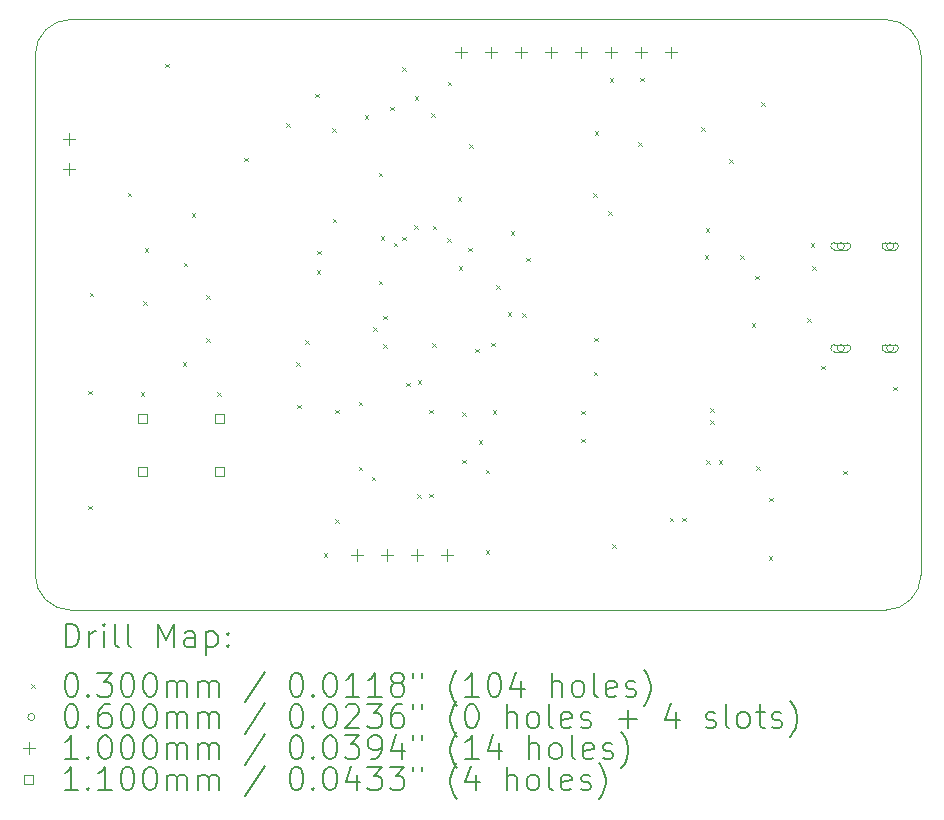
<source format=gbr>
%TF.GenerationSoftware,KiCad,Pcbnew,9.0.4*%
%TF.CreationDate,2025-10-31T21:14:42-06:00*%
%TF.ProjectId,tutorial,7475746f-7269-4616-9c2e-6b696361645f,rev?*%
%TF.SameCoordinates,Original*%
%TF.FileFunction,Drillmap*%
%TF.FilePolarity,Positive*%
%FSLAX45Y45*%
G04 Gerber Fmt 4.5, Leading zero omitted, Abs format (unit mm)*
G04 Created by KiCad (PCBNEW 9.0.4) date 2025-10-31 21:14:42*
%MOMM*%
%LPD*%
G01*
G04 APERTURE LIST*
%ADD10C,0.050000*%
%ADD11C,0.200000*%
%ADD12C,0.100000*%
%ADD13C,0.110000*%
G04 APERTURE END LIST*
D10*
X5900000Y-12650000D02*
X12800000Y-12650000D01*
X5900000Y-7650000D02*
X12800000Y-7650000D01*
X5900000Y-12650000D02*
G75*
G02*
X5600000Y-12350000I0J300000D01*
G01*
X13100000Y-12350000D02*
X13100000Y-7950000D01*
X5600000Y-7950000D02*
G75*
G02*
X5900000Y-7650000I300000J0D01*
G01*
X5600000Y-12350000D02*
X5600000Y-7950000D01*
X12800000Y-7650000D02*
G75*
G02*
X13100000Y-7950000I0J-300000D01*
G01*
X13100000Y-12350000D02*
G75*
G02*
X12800000Y-12650000I-300000J0D01*
G01*
D11*
D12*
X6049000Y-10794000D02*
X6079000Y-10824000D01*
X6079000Y-10794000D02*
X6049000Y-10824000D01*
X6049000Y-11765000D02*
X6079000Y-11795000D01*
X6079000Y-11765000D02*
X6049000Y-11795000D01*
X6063000Y-9962000D02*
X6093000Y-9992000D01*
X6093000Y-9962000D02*
X6063000Y-9992000D01*
X6385000Y-9115000D02*
X6415000Y-9145000D01*
X6415000Y-9115000D02*
X6385000Y-9145000D01*
X6493000Y-10808000D02*
X6523000Y-10838000D01*
X6523000Y-10808000D02*
X6493000Y-10838000D01*
X6517000Y-10036000D02*
X6547000Y-10066000D01*
X6547000Y-10036000D02*
X6517000Y-10066000D01*
X6527000Y-9585000D02*
X6557000Y-9615000D01*
X6557000Y-9585000D02*
X6527000Y-9615000D01*
X6700000Y-8024000D02*
X6730000Y-8054000D01*
X6730000Y-8024000D02*
X6700000Y-8054000D01*
X6848000Y-10552000D02*
X6878000Y-10582000D01*
X6878000Y-10552000D02*
X6848000Y-10582000D01*
X6859000Y-9709000D02*
X6889000Y-9739000D01*
X6889000Y-9709000D02*
X6859000Y-9739000D01*
X6925000Y-9288000D02*
X6955000Y-9318000D01*
X6955000Y-9288000D02*
X6925000Y-9318000D01*
X7048000Y-10349000D02*
X7078000Y-10379000D01*
X7078000Y-10349000D02*
X7048000Y-10379000D01*
X7050000Y-9986000D02*
X7080000Y-10016000D01*
X7080000Y-9986000D02*
X7050000Y-10016000D01*
X7143000Y-10808000D02*
X7173000Y-10838000D01*
X7173000Y-10808000D02*
X7143000Y-10838000D01*
X7369000Y-8821000D02*
X7399000Y-8851000D01*
X7399000Y-8821000D02*
X7369000Y-8851000D01*
X7725000Y-8530000D02*
X7755000Y-8560000D01*
X7755000Y-8530000D02*
X7725000Y-8560000D01*
X7809500Y-10551000D02*
X7839500Y-10581000D01*
X7839500Y-10551000D02*
X7809500Y-10581000D01*
X7819500Y-10911000D02*
X7849500Y-10941000D01*
X7849500Y-10911000D02*
X7819500Y-10941000D01*
X7885000Y-10365000D02*
X7915000Y-10395000D01*
X7915000Y-10365000D02*
X7885000Y-10395000D01*
X7970000Y-8277000D02*
X8000000Y-8307000D01*
X8000000Y-8277000D02*
X7970000Y-8307000D01*
X7983000Y-9771000D02*
X8013000Y-9801000D01*
X8013000Y-9771000D02*
X7983000Y-9801000D01*
X7990000Y-9607000D02*
X8020000Y-9637000D01*
X8020000Y-9607000D02*
X7990000Y-9637000D01*
X8045000Y-12171000D02*
X8075000Y-12201000D01*
X8075000Y-12171000D02*
X8045000Y-12201000D01*
X8113000Y-8569000D02*
X8143000Y-8599000D01*
X8143000Y-8569000D02*
X8113000Y-8599000D01*
X8118000Y-9336000D02*
X8148000Y-9366000D01*
X8148000Y-9336000D02*
X8118000Y-9366000D01*
X8140000Y-10953000D02*
X8170000Y-10983000D01*
X8170000Y-10953000D02*
X8140000Y-10983000D01*
X8140000Y-11881000D02*
X8170000Y-11911000D01*
X8170000Y-11881000D02*
X8140000Y-11911000D01*
X8338000Y-11438000D02*
X8368000Y-11468000D01*
X8368000Y-11438000D02*
X8338000Y-11468000D01*
X8341000Y-10886000D02*
X8371000Y-10916000D01*
X8371000Y-10886000D02*
X8341000Y-10916000D01*
X8392000Y-8460000D02*
X8422000Y-8490000D01*
X8422000Y-8460000D02*
X8392000Y-8490000D01*
X8448000Y-11523000D02*
X8478000Y-11553000D01*
X8478000Y-11523000D02*
X8448000Y-11553000D01*
X8462000Y-10254000D02*
X8492000Y-10284000D01*
X8492000Y-10254000D02*
X8462000Y-10284000D01*
X8510000Y-8947000D02*
X8540000Y-8977000D01*
X8540000Y-8947000D02*
X8510000Y-8977000D01*
X8510000Y-9860000D02*
X8540000Y-9890000D01*
X8540000Y-9860000D02*
X8510000Y-9890000D01*
X8527000Y-9484000D02*
X8557000Y-9514000D01*
X8557000Y-9484000D02*
X8527000Y-9514000D01*
X8547500Y-10160000D02*
X8577500Y-10190000D01*
X8577500Y-10160000D02*
X8547500Y-10190000D01*
X8547500Y-10400000D02*
X8577500Y-10430000D01*
X8577500Y-10400000D02*
X8547500Y-10430000D01*
X8605000Y-8390000D02*
X8635000Y-8420000D01*
X8635000Y-8390000D02*
X8605000Y-8420000D01*
X8633903Y-9540506D02*
X8663903Y-9570506D01*
X8663903Y-9540506D02*
X8633903Y-9570506D01*
X8707000Y-9488000D02*
X8737000Y-9518000D01*
X8737000Y-9488000D02*
X8707000Y-9518000D01*
X8709000Y-8056000D02*
X8739000Y-8086000D01*
X8739000Y-8056000D02*
X8709000Y-8086000D01*
X8742500Y-10725000D02*
X8772500Y-10755000D01*
X8772500Y-10725000D02*
X8742500Y-10755000D01*
X8811000Y-9393000D02*
X8841000Y-9423000D01*
X8841000Y-9393000D02*
X8811000Y-9423000D01*
X8814000Y-8298000D02*
X8844000Y-8328000D01*
X8844000Y-8298000D02*
X8814000Y-8328000D01*
X8835000Y-11668000D02*
X8865000Y-11698000D01*
X8865000Y-11668000D02*
X8835000Y-11698000D01*
X8837500Y-10702500D02*
X8867500Y-10732500D01*
X8867500Y-10702500D02*
X8837500Y-10732500D01*
X8937000Y-11667000D02*
X8967000Y-11697000D01*
X8967000Y-11667000D02*
X8937000Y-11697000D01*
X8938000Y-10953000D02*
X8968000Y-10983000D01*
X8968000Y-10953000D02*
X8938000Y-10983000D01*
X8954000Y-8442000D02*
X8984000Y-8472000D01*
X8984000Y-8442000D02*
X8954000Y-8472000D01*
X8961000Y-10393000D02*
X8991000Y-10423000D01*
X8991000Y-10393000D02*
X8961000Y-10423000D01*
X8966000Y-9397000D02*
X8996000Y-9427000D01*
X8996000Y-9397000D02*
X8966000Y-9427000D01*
X9091000Y-9500000D02*
X9121000Y-9530000D01*
X9121000Y-9500000D02*
X9091000Y-9530000D01*
X9092000Y-8178000D02*
X9122000Y-8208000D01*
X9122000Y-8178000D02*
X9092000Y-8208000D01*
X9176000Y-9156000D02*
X9206000Y-9186000D01*
X9206000Y-9156000D02*
X9176000Y-9186000D01*
X9187000Y-9737000D02*
X9217000Y-9767000D01*
X9217000Y-9737000D02*
X9187000Y-9767000D01*
X9215000Y-10975000D02*
X9245000Y-11005000D01*
X9245000Y-10975000D02*
X9215000Y-11005000D01*
X9215000Y-11376000D02*
X9245000Y-11406000D01*
X9245000Y-11376000D02*
X9215000Y-11406000D01*
X9267000Y-9584000D02*
X9297000Y-9614000D01*
X9297000Y-9584000D02*
X9267000Y-9614000D01*
X9277000Y-8704000D02*
X9307000Y-8734000D01*
X9307000Y-8704000D02*
X9277000Y-8734000D01*
X9324000Y-10436000D02*
X9354000Y-10466000D01*
X9354000Y-10436000D02*
X9324000Y-10466000D01*
X9355000Y-11211000D02*
X9385000Y-11241000D01*
X9385000Y-11211000D02*
X9355000Y-11241000D01*
X9413000Y-11462000D02*
X9443000Y-11492000D01*
X9443000Y-11462000D02*
X9413000Y-11492000D01*
X9413000Y-12142000D02*
X9443000Y-12172000D01*
X9443000Y-12142000D02*
X9413000Y-12172000D01*
X9461000Y-10387000D02*
X9491000Y-10417000D01*
X9491000Y-10387000D02*
X9461000Y-10417000D01*
X9473000Y-10957000D02*
X9503000Y-10987000D01*
X9503000Y-10957000D02*
X9473000Y-10987000D01*
X9502500Y-9900000D02*
X9532500Y-9930000D01*
X9532500Y-9900000D02*
X9502500Y-9930000D01*
X9601000Y-10130000D02*
X9631000Y-10160000D01*
X9631000Y-10130000D02*
X9601000Y-10160000D01*
X9626000Y-9442000D02*
X9656000Y-9472000D01*
X9656000Y-9442000D02*
X9626000Y-9472000D01*
X9722000Y-10135000D02*
X9752000Y-10165000D01*
X9752000Y-10135000D02*
X9722000Y-10165000D01*
X9759000Y-9667000D02*
X9789000Y-9697000D01*
X9789000Y-9667000D02*
X9759000Y-9697000D01*
X10223000Y-10963000D02*
X10253000Y-10993000D01*
X10253000Y-10963000D02*
X10223000Y-10993000D01*
X10224000Y-11199000D02*
X10254000Y-11229000D01*
X10254000Y-11199000D02*
X10224000Y-11229000D01*
X10323000Y-9123000D02*
X10353000Y-9153000D01*
X10353000Y-9123000D02*
X10323000Y-9153000D01*
X10328000Y-10633000D02*
X10358000Y-10663000D01*
X10358000Y-10633000D02*
X10328000Y-10663000D01*
X10332000Y-10346000D02*
X10362000Y-10376000D01*
X10362000Y-10346000D02*
X10332000Y-10376000D01*
X10338000Y-8597000D02*
X10368000Y-8627000D01*
X10368000Y-8597000D02*
X10338000Y-8627000D01*
X10451000Y-9272000D02*
X10481000Y-9302000D01*
X10481000Y-9272000D02*
X10451000Y-9302000D01*
X10465000Y-8147000D02*
X10495000Y-8177000D01*
X10495000Y-8147000D02*
X10465000Y-8177000D01*
X10487000Y-12093000D02*
X10517000Y-12123000D01*
X10517000Y-12093000D02*
X10487000Y-12123000D01*
X10707000Y-8690000D02*
X10737000Y-8720000D01*
X10737000Y-8690000D02*
X10707000Y-8720000D01*
X10721000Y-8142000D02*
X10751000Y-8172000D01*
X10751000Y-8142000D02*
X10721000Y-8172000D01*
X10973500Y-11869750D02*
X11003500Y-11899750D01*
X11003500Y-11869750D02*
X10973500Y-11899750D01*
X11078500Y-11869750D02*
X11108500Y-11899750D01*
X11108500Y-11869750D02*
X11078500Y-11899750D01*
X11239500Y-8560000D02*
X11269500Y-8590000D01*
X11269500Y-8560000D02*
X11239500Y-8590000D01*
X11269000Y-9644000D02*
X11299000Y-9674000D01*
X11299000Y-9644000D02*
X11269000Y-9674000D01*
X11277000Y-9416000D02*
X11307000Y-9446000D01*
X11307000Y-9416000D02*
X11277000Y-9446000D01*
X11281000Y-11383500D02*
X11311000Y-11413500D01*
X11311000Y-11383500D02*
X11281000Y-11413500D01*
X11313500Y-10941000D02*
X11343500Y-10971000D01*
X11343500Y-10941000D02*
X11313500Y-10971000D01*
X11313500Y-11043500D02*
X11343500Y-11073500D01*
X11343500Y-11043500D02*
X11313500Y-11073500D01*
X11388500Y-11383500D02*
X11418500Y-11413500D01*
X11418500Y-11383500D02*
X11388500Y-11413500D01*
X11478000Y-8832000D02*
X11508000Y-8862000D01*
X11508000Y-8832000D02*
X11478000Y-8862000D01*
X11570000Y-9647000D02*
X11600000Y-9677000D01*
X11600000Y-9647000D02*
X11570000Y-9677000D01*
X11667000Y-10222000D02*
X11697000Y-10252000D01*
X11697000Y-10222000D02*
X11667000Y-10252000D01*
X11698250Y-9820000D02*
X11728250Y-9850000D01*
X11728250Y-9820000D02*
X11698250Y-9850000D01*
X11706000Y-11433500D02*
X11736000Y-11463500D01*
X11736000Y-11433500D02*
X11706000Y-11463500D01*
X11747000Y-8352000D02*
X11777000Y-8382000D01*
X11777000Y-8352000D02*
X11747000Y-8382000D01*
X11810000Y-12194000D02*
X11840000Y-12224000D01*
X11840000Y-12194000D02*
X11810000Y-12224000D01*
X11815000Y-11699000D02*
X11845000Y-11729000D01*
X11845000Y-11699000D02*
X11815000Y-11729000D01*
X12137000Y-10181000D02*
X12167000Y-10211000D01*
X12167000Y-10181000D02*
X12137000Y-10211000D01*
X12167000Y-9542000D02*
X12197000Y-9572000D01*
X12197000Y-9542000D02*
X12167000Y-9572000D01*
X12177000Y-9741000D02*
X12207000Y-9771000D01*
X12207000Y-9741000D02*
X12177000Y-9771000D01*
X12257000Y-10583000D02*
X12287000Y-10613000D01*
X12287000Y-10583000D02*
X12257000Y-10613000D01*
X12440000Y-11469000D02*
X12470000Y-11499000D01*
X12470000Y-11469000D02*
X12440000Y-11499000D01*
X12866250Y-10758000D02*
X12896250Y-10788000D01*
X12896250Y-10758000D02*
X12866250Y-10788000D01*
X12451000Y-9569000D02*
G75*
G02*
X12391000Y-9569000I-30000J0D01*
G01*
X12391000Y-9569000D02*
G75*
G02*
X12451000Y-9569000I30000J0D01*
G01*
X12366000Y-9599000D02*
X12476000Y-9599000D01*
X12476000Y-9539000D02*
G75*
G02*
X12476000Y-9599000I0J-30000D01*
G01*
X12476000Y-9539000D02*
X12366000Y-9539000D01*
X12366000Y-9539000D02*
G75*
G03*
X12366000Y-9599000I0J-30000D01*
G01*
X12451000Y-10433000D02*
G75*
G02*
X12391000Y-10433000I-30000J0D01*
G01*
X12391000Y-10433000D02*
G75*
G02*
X12451000Y-10433000I30000J0D01*
G01*
X12366000Y-10463000D02*
X12476000Y-10463000D01*
X12476000Y-10403000D02*
G75*
G02*
X12476000Y-10463000I0J-30000D01*
G01*
X12476000Y-10403000D02*
X12366000Y-10403000D01*
X12366000Y-10403000D02*
G75*
G03*
X12366000Y-10463000I0J-30000D01*
G01*
X12869000Y-9569000D02*
G75*
G02*
X12809000Y-9569000I-30000J0D01*
G01*
X12809000Y-9569000D02*
G75*
G02*
X12869000Y-9569000I30000J0D01*
G01*
X12799000Y-9599000D02*
X12879000Y-9599000D01*
X12879000Y-9539000D02*
G75*
G02*
X12879000Y-9599000I0J-30000D01*
G01*
X12879000Y-9539000D02*
X12799000Y-9539000D01*
X12799000Y-9539000D02*
G75*
G03*
X12799000Y-9599000I0J-30000D01*
G01*
X12869000Y-10433000D02*
G75*
G02*
X12809000Y-10433000I-30000J0D01*
G01*
X12809000Y-10433000D02*
G75*
G02*
X12869000Y-10433000I30000J0D01*
G01*
X12799000Y-10463000D02*
X12879000Y-10463000D01*
X12879000Y-10403000D02*
G75*
G02*
X12879000Y-10463000I0J-30000D01*
G01*
X12879000Y-10403000D02*
X12799000Y-10403000D01*
X12799000Y-10403000D02*
G75*
G03*
X12799000Y-10463000I0J-30000D01*
G01*
X5885000Y-8613500D02*
X5885000Y-8713500D01*
X5835000Y-8663500D02*
X5935000Y-8663500D01*
X5885000Y-8867500D02*
X5885000Y-8967500D01*
X5835000Y-8917500D02*
X5935000Y-8917500D01*
X8326000Y-12136000D02*
X8326000Y-12236000D01*
X8276000Y-12186000D02*
X8376000Y-12186000D01*
X8580000Y-12136000D02*
X8580000Y-12236000D01*
X8530000Y-12186000D02*
X8630000Y-12186000D01*
X8834000Y-12136000D02*
X8834000Y-12236000D01*
X8784000Y-12186000D02*
X8884000Y-12186000D01*
X9088000Y-12136000D02*
X9088000Y-12236000D01*
X9038000Y-12186000D02*
X9138000Y-12186000D01*
X9208000Y-7879000D02*
X9208000Y-7979000D01*
X9158000Y-7929000D02*
X9258000Y-7929000D01*
X9462000Y-7879000D02*
X9462000Y-7979000D01*
X9412000Y-7929000D02*
X9512000Y-7929000D01*
X9716000Y-7879000D02*
X9716000Y-7979000D01*
X9666000Y-7929000D02*
X9766000Y-7929000D01*
X9970000Y-7879000D02*
X9970000Y-7979000D01*
X9920000Y-7929000D02*
X10020000Y-7929000D01*
X10224000Y-7879000D02*
X10224000Y-7979000D01*
X10174000Y-7929000D02*
X10274000Y-7929000D01*
X10478000Y-7879000D02*
X10478000Y-7979000D01*
X10428000Y-7929000D02*
X10528000Y-7929000D01*
X10732000Y-7879000D02*
X10732000Y-7979000D01*
X10682000Y-7929000D02*
X10782000Y-7929000D01*
X10986000Y-7879000D02*
X10986000Y-7979000D01*
X10936000Y-7929000D02*
X11036000Y-7929000D01*
D13*
X6549891Y-11063891D02*
X6549891Y-10986109D01*
X6472109Y-10986109D01*
X6472109Y-11063891D01*
X6549891Y-11063891D01*
X6549891Y-11513891D02*
X6549891Y-11436109D01*
X6472109Y-11436109D01*
X6472109Y-11513891D01*
X6549891Y-11513891D01*
X7199891Y-11063891D02*
X7199891Y-10986109D01*
X7122109Y-10986109D01*
X7122109Y-11063891D01*
X7199891Y-11063891D01*
X7199891Y-11513891D02*
X7199891Y-11436109D01*
X7122109Y-11436109D01*
X7122109Y-11513891D01*
X7199891Y-11513891D01*
D11*
X5858277Y-12963984D02*
X5858277Y-12763984D01*
X5858277Y-12763984D02*
X5905896Y-12763984D01*
X5905896Y-12763984D02*
X5934467Y-12773508D01*
X5934467Y-12773508D02*
X5953515Y-12792555D01*
X5953515Y-12792555D02*
X5963039Y-12811603D01*
X5963039Y-12811603D02*
X5972562Y-12849698D01*
X5972562Y-12849698D02*
X5972562Y-12878269D01*
X5972562Y-12878269D02*
X5963039Y-12916365D01*
X5963039Y-12916365D02*
X5953515Y-12935412D01*
X5953515Y-12935412D02*
X5934467Y-12954460D01*
X5934467Y-12954460D02*
X5905896Y-12963984D01*
X5905896Y-12963984D02*
X5858277Y-12963984D01*
X6058277Y-12963984D02*
X6058277Y-12830650D01*
X6058277Y-12868746D02*
X6067801Y-12849698D01*
X6067801Y-12849698D02*
X6077324Y-12840174D01*
X6077324Y-12840174D02*
X6096372Y-12830650D01*
X6096372Y-12830650D02*
X6115420Y-12830650D01*
X6182086Y-12963984D02*
X6182086Y-12830650D01*
X6182086Y-12763984D02*
X6172562Y-12773508D01*
X6172562Y-12773508D02*
X6182086Y-12783031D01*
X6182086Y-12783031D02*
X6191610Y-12773508D01*
X6191610Y-12773508D02*
X6182086Y-12763984D01*
X6182086Y-12763984D02*
X6182086Y-12783031D01*
X6305896Y-12963984D02*
X6286848Y-12954460D01*
X6286848Y-12954460D02*
X6277324Y-12935412D01*
X6277324Y-12935412D02*
X6277324Y-12763984D01*
X6410658Y-12963984D02*
X6391610Y-12954460D01*
X6391610Y-12954460D02*
X6382086Y-12935412D01*
X6382086Y-12935412D02*
X6382086Y-12763984D01*
X6639229Y-12963984D02*
X6639229Y-12763984D01*
X6639229Y-12763984D02*
X6705896Y-12906841D01*
X6705896Y-12906841D02*
X6772562Y-12763984D01*
X6772562Y-12763984D02*
X6772562Y-12963984D01*
X6953515Y-12963984D02*
X6953515Y-12859222D01*
X6953515Y-12859222D02*
X6943991Y-12840174D01*
X6943991Y-12840174D02*
X6924943Y-12830650D01*
X6924943Y-12830650D02*
X6886848Y-12830650D01*
X6886848Y-12830650D02*
X6867801Y-12840174D01*
X6953515Y-12954460D02*
X6934467Y-12963984D01*
X6934467Y-12963984D02*
X6886848Y-12963984D01*
X6886848Y-12963984D02*
X6867801Y-12954460D01*
X6867801Y-12954460D02*
X6858277Y-12935412D01*
X6858277Y-12935412D02*
X6858277Y-12916365D01*
X6858277Y-12916365D02*
X6867801Y-12897317D01*
X6867801Y-12897317D02*
X6886848Y-12887793D01*
X6886848Y-12887793D02*
X6934467Y-12887793D01*
X6934467Y-12887793D02*
X6953515Y-12878269D01*
X7048753Y-12830650D02*
X7048753Y-13030650D01*
X7048753Y-12840174D02*
X7067801Y-12830650D01*
X7067801Y-12830650D02*
X7105896Y-12830650D01*
X7105896Y-12830650D02*
X7124943Y-12840174D01*
X7124943Y-12840174D02*
X7134467Y-12849698D01*
X7134467Y-12849698D02*
X7143991Y-12868746D01*
X7143991Y-12868746D02*
X7143991Y-12925888D01*
X7143991Y-12925888D02*
X7134467Y-12944936D01*
X7134467Y-12944936D02*
X7124943Y-12954460D01*
X7124943Y-12954460D02*
X7105896Y-12963984D01*
X7105896Y-12963984D02*
X7067801Y-12963984D01*
X7067801Y-12963984D02*
X7048753Y-12954460D01*
X7229705Y-12944936D02*
X7239229Y-12954460D01*
X7239229Y-12954460D02*
X7229705Y-12963984D01*
X7229705Y-12963984D02*
X7220182Y-12954460D01*
X7220182Y-12954460D02*
X7229705Y-12944936D01*
X7229705Y-12944936D02*
X7229705Y-12963984D01*
X7229705Y-12840174D02*
X7239229Y-12849698D01*
X7239229Y-12849698D02*
X7229705Y-12859222D01*
X7229705Y-12859222D02*
X7220182Y-12849698D01*
X7220182Y-12849698D02*
X7229705Y-12840174D01*
X7229705Y-12840174D02*
X7229705Y-12859222D01*
D12*
X5567500Y-13277500D02*
X5597500Y-13307500D01*
X5597500Y-13277500D02*
X5567500Y-13307500D01*
D11*
X5896372Y-13183984D02*
X5915420Y-13183984D01*
X5915420Y-13183984D02*
X5934467Y-13193508D01*
X5934467Y-13193508D02*
X5943991Y-13203031D01*
X5943991Y-13203031D02*
X5953515Y-13222079D01*
X5953515Y-13222079D02*
X5963039Y-13260174D01*
X5963039Y-13260174D02*
X5963039Y-13307793D01*
X5963039Y-13307793D02*
X5953515Y-13345888D01*
X5953515Y-13345888D02*
X5943991Y-13364936D01*
X5943991Y-13364936D02*
X5934467Y-13374460D01*
X5934467Y-13374460D02*
X5915420Y-13383984D01*
X5915420Y-13383984D02*
X5896372Y-13383984D01*
X5896372Y-13383984D02*
X5877324Y-13374460D01*
X5877324Y-13374460D02*
X5867801Y-13364936D01*
X5867801Y-13364936D02*
X5858277Y-13345888D01*
X5858277Y-13345888D02*
X5848753Y-13307793D01*
X5848753Y-13307793D02*
X5848753Y-13260174D01*
X5848753Y-13260174D02*
X5858277Y-13222079D01*
X5858277Y-13222079D02*
X5867801Y-13203031D01*
X5867801Y-13203031D02*
X5877324Y-13193508D01*
X5877324Y-13193508D02*
X5896372Y-13183984D01*
X6048753Y-13364936D02*
X6058277Y-13374460D01*
X6058277Y-13374460D02*
X6048753Y-13383984D01*
X6048753Y-13383984D02*
X6039229Y-13374460D01*
X6039229Y-13374460D02*
X6048753Y-13364936D01*
X6048753Y-13364936D02*
X6048753Y-13383984D01*
X6124943Y-13183984D02*
X6248753Y-13183984D01*
X6248753Y-13183984D02*
X6182086Y-13260174D01*
X6182086Y-13260174D02*
X6210658Y-13260174D01*
X6210658Y-13260174D02*
X6229705Y-13269698D01*
X6229705Y-13269698D02*
X6239229Y-13279222D01*
X6239229Y-13279222D02*
X6248753Y-13298269D01*
X6248753Y-13298269D02*
X6248753Y-13345888D01*
X6248753Y-13345888D02*
X6239229Y-13364936D01*
X6239229Y-13364936D02*
X6229705Y-13374460D01*
X6229705Y-13374460D02*
X6210658Y-13383984D01*
X6210658Y-13383984D02*
X6153515Y-13383984D01*
X6153515Y-13383984D02*
X6134467Y-13374460D01*
X6134467Y-13374460D02*
X6124943Y-13364936D01*
X6372562Y-13183984D02*
X6391610Y-13183984D01*
X6391610Y-13183984D02*
X6410658Y-13193508D01*
X6410658Y-13193508D02*
X6420182Y-13203031D01*
X6420182Y-13203031D02*
X6429705Y-13222079D01*
X6429705Y-13222079D02*
X6439229Y-13260174D01*
X6439229Y-13260174D02*
X6439229Y-13307793D01*
X6439229Y-13307793D02*
X6429705Y-13345888D01*
X6429705Y-13345888D02*
X6420182Y-13364936D01*
X6420182Y-13364936D02*
X6410658Y-13374460D01*
X6410658Y-13374460D02*
X6391610Y-13383984D01*
X6391610Y-13383984D02*
X6372562Y-13383984D01*
X6372562Y-13383984D02*
X6353515Y-13374460D01*
X6353515Y-13374460D02*
X6343991Y-13364936D01*
X6343991Y-13364936D02*
X6334467Y-13345888D01*
X6334467Y-13345888D02*
X6324943Y-13307793D01*
X6324943Y-13307793D02*
X6324943Y-13260174D01*
X6324943Y-13260174D02*
X6334467Y-13222079D01*
X6334467Y-13222079D02*
X6343991Y-13203031D01*
X6343991Y-13203031D02*
X6353515Y-13193508D01*
X6353515Y-13193508D02*
X6372562Y-13183984D01*
X6563039Y-13183984D02*
X6582086Y-13183984D01*
X6582086Y-13183984D02*
X6601134Y-13193508D01*
X6601134Y-13193508D02*
X6610658Y-13203031D01*
X6610658Y-13203031D02*
X6620182Y-13222079D01*
X6620182Y-13222079D02*
X6629705Y-13260174D01*
X6629705Y-13260174D02*
X6629705Y-13307793D01*
X6629705Y-13307793D02*
X6620182Y-13345888D01*
X6620182Y-13345888D02*
X6610658Y-13364936D01*
X6610658Y-13364936D02*
X6601134Y-13374460D01*
X6601134Y-13374460D02*
X6582086Y-13383984D01*
X6582086Y-13383984D02*
X6563039Y-13383984D01*
X6563039Y-13383984D02*
X6543991Y-13374460D01*
X6543991Y-13374460D02*
X6534467Y-13364936D01*
X6534467Y-13364936D02*
X6524943Y-13345888D01*
X6524943Y-13345888D02*
X6515420Y-13307793D01*
X6515420Y-13307793D02*
X6515420Y-13260174D01*
X6515420Y-13260174D02*
X6524943Y-13222079D01*
X6524943Y-13222079D02*
X6534467Y-13203031D01*
X6534467Y-13203031D02*
X6543991Y-13193508D01*
X6543991Y-13193508D02*
X6563039Y-13183984D01*
X6715420Y-13383984D02*
X6715420Y-13250650D01*
X6715420Y-13269698D02*
X6724943Y-13260174D01*
X6724943Y-13260174D02*
X6743991Y-13250650D01*
X6743991Y-13250650D02*
X6772563Y-13250650D01*
X6772563Y-13250650D02*
X6791610Y-13260174D01*
X6791610Y-13260174D02*
X6801134Y-13279222D01*
X6801134Y-13279222D02*
X6801134Y-13383984D01*
X6801134Y-13279222D02*
X6810658Y-13260174D01*
X6810658Y-13260174D02*
X6829705Y-13250650D01*
X6829705Y-13250650D02*
X6858277Y-13250650D01*
X6858277Y-13250650D02*
X6877324Y-13260174D01*
X6877324Y-13260174D02*
X6886848Y-13279222D01*
X6886848Y-13279222D02*
X6886848Y-13383984D01*
X6982086Y-13383984D02*
X6982086Y-13250650D01*
X6982086Y-13269698D02*
X6991610Y-13260174D01*
X6991610Y-13260174D02*
X7010658Y-13250650D01*
X7010658Y-13250650D02*
X7039229Y-13250650D01*
X7039229Y-13250650D02*
X7058277Y-13260174D01*
X7058277Y-13260174D02*
X7067801Y-13279222D01*
X7067801Y-13279222D02*
X7067801Y-13383984D01*
X7067801Y-13279222D02*
X7077324Y-13260174D01*
X7077324Y-13260174D02*
X7096372Y-13250650D01*
X7096372Y-13250650D02*
X7124943Y-13250650D01*
X7124943Y-13250650D02*
X7143991Y-13260174D01*
X7143991Y-13260174D02*
X7153515Y-13279222D01*
X7153515Y-13279222D02*
X7153515Y-13383984D01*
X7543991Y-13174460D02*
X7372563Y-13431603D01*
X7801134Y-13183984D02*
X7820182Y-13183984D01*
X7820182Y-13183984D02*
X7839229Y-13193508D01*
X7839229Y-13193508D02*
X7848753Y-13203031D01*
X7848753Y-13203031D02*
X7858277Y-13222079D01*
X7858277Y-13222079D02*
X7867801Y-13260174D01*
X7867801Y-13260174D02*
X7867801Y-13307793D01*
X7867801Y-13307793D02*
X7858277Y-13345888D01*
X7858277Y-13345888D02*
X7848753Y-13364936D01*
X7848753Y-13364936D02*
X7839229Y-13374460D01*
X7839229Y-13374460D02*
X7820182Y-13383984D01*
X7820182Y-13383984D02*
X7801134Y-13383984D01*
X7801134Y-13383984D02*
X7782086Y-13374460D01*
X7782086Y-13374460D02*
X7772563Y-13364936D01*
X7772563Y-13364936D02*
X7763039Y-13345888D01*
X7763039Y-13345888D02*
X7753515Y-13307793D01*
X7753515Y-13307793D02*
X7753515Y-13260174D01*
X7753515Y-13260174D02*
X7763039Y-13222079D01*
X7763039Y-13222079D02*
X7772563Y-13203031D01*
X7772563Y-13203031D02*
X7782086Y-13193508D01*
X7782086Y-13193508D02*
X7801134Y-13183984D01*
X7953515Y-13364936D02*
X7963039Y-13374460D01*
X7963039Y-13374460D02*
X7953515Y-13383984D01*
X7953515Y-13383984D02*
X7943991Y-13374460D01*
X7943991Y-13374460D02*
X7953515Y-13364936D01*
X7953515Y-13364936D02*
X7953515Y-13383984D01*
X8086848Y-13183984D02*
X8105896Y-13183984D01*
X8105896Y-13183984D02*
X8124944Y-13193508D01*
X8124944Y-13193508D02*
X8134467Y-13203031D01*
X8134467Y-13203031D02*
X8143991Y-13222079D01*
X8143991Y-13222079D02*
X8153515Y-13260174D01*
X8153515Y-13260174D02*
X8153515Y-13307793D01*
X8153515Y-13307793D02*
X8143991Y-13345888D01*
X8143991Y-13345888D02*
X8134467Y-13364936D01*
X8134467Y-13364936D02*
X8124944Y-13374460D01*
X8124944Y-13374460D02*
X8105896Y-13383984D01*
X8105896Y-13383984D02*
X8086848Y-13383984D01*
X8086848Y-13383984D02*
X8067801Y-13374460D01*
X8067801Y-13374460D02*
X8058277Y-13364936D01*
X8058277Y-13364936D02*
X8048753Y-13345888D01*
X8048753Y-13345888D02*
X8039229Y-13307793D01*
X8039229Y-13307793D02*
X8039229Y-13260174D01*
X8039229Y-13260174D02*
X8048753Y-13222079D01*
X8048753Y-13222079D02*
X8058277Y-13203031D01*
X8058277Y-13203031D02*
X8067801Y-13193508D01*
X8067801Y-13193508D02*
X8086848Y-13183984D01*
X8343991Y-13383984D02*
X8229706Y-13383984D01*
X8286848Y-13383984D02*
X8286848Y-13183984D01*
X8286848Y-13183984D02*
X8267801Y-13212555D01*
X8267801Y-13212555D02*
X8248753Y-13231603D01*
X8248753Y-13231603D02*
X8229706Y-13241127D01*
X8534468Y-13383984D02*
X8420182Y-13383984D01*
X8477325Y-13383984D02*
X8477325Y-13183984D01*
X8477325Y-13183984D02*
X8458277Y-13212555D01*
X8458277Y-13212555D02*
X8439229Y-13231603D01*
X8439229Y-13231603D02*
X8420182Y-13241127D01*
X8648753Y-13269698D02*
X8629706Y-13260174D01*
X8629706Y-13260174D02*
X8620182Y-13250650D01*
X8620182Y-13250650D02*
X8610658Y-13231603D01*
X8610658Y-13231603D02*
X8610658Y-13222079D01*
X8610658Y-13222079D02*
X8620182Y-13203031D01*
X8620182Y-13203031D02*
X8629706Y-13193508D01*
X8629706Y-13193508D02*
X8648753Y-13183984D01*
X8648753Y-13183984D02*
X8686849Y-13183984D01*
X8686849Y-13183984D02*
X8705896Y-13193508D01*
X8705896Y-13193508D02*
X8715420Y-13203031D01*
X8715420Y-13203031D02*
X8724944Y-13222079D01*
X8724944Y-13222079D02*
X8724944Y-13231603D01*
X8724944Y-13231603D02*
X8715420Y-13250650D01*
X8715420Y-13250650D02*
X8705896Y-13260174D01*
X8705896Y-13260174D02*
X8686849Y-13269698D01*
X8686849Y-13269698D02*
X8648753Y-13269698D01*
X8648753Y-13269698D02*
X8629706Y-13279222D01*
X8629706Y-13279222D02*
X8620182Y-13288746D01*
X8620182Y-13288746D02*
X8610658Y-13307793D01*
X8610658Y-13307793D02*
X8610658Y-13345888D01*
X8610658Y-13345888D02*
X8620182Y-13364936D01*
X8620182Y-13364936D02*
X8629706Y-13374460D01*
X8629706Y-13374460D02*
X8648753Y-13383984D01*
X8648753Y-13383984D02*
X8686849Y-13383984D01*
X8686849Y-13383984D02*
X8705896Y-13374460D01*
X8705896Y-13374460D02*
X8715420Y-13364936D01*
X8715420Y-13364936D02*
X8724944Y-13345888D01*
X8724944Y-13345888D02*
X8724944Y-13307793D01*
X8724944Y-13307793D02*
X8715420Y-13288746D01*
X8715420Y-13288746D02*
X8705896Y-13279222D01*
X8705896Y-13279222D02*
X8686849Y-13269698D01*
X8801134Y-13183984D02*
X8801134Y-13222079D01*
X8877325Y-13183984D02*
X8877325Y-13222079D01*
X9172563Y-13460174D02*
X9163039Y-13450650D01*
X9163039Y-13450650D02*
X9143991Y-13422079D01*
X9143991Y-13422079D02*
X9134468Y-13403031D01*
X9134468Y-13403031D02*
X9124944Y-13374460D01*
X9124944Y-13374460D02*
X9115420Y-13326841D01*
X9115420Y-13326841D02*
X9115420Y-13288746D01*
X9115420Y-13288746D02*
X9124944Y-13241127D01*
X9124944Y-13241127D02*
X9134468Y-13212555D01*
X9134468Y-13212555D02*
X9143991Y-13193508D01*
X9143991Y-13193508D02*
X9163039Y-13164936D01*
X9163039Y-13164936D02*
X9172563Y-13155412D01*
X9353515Y-13383984D02*
X9239230Y-13383984D01*
X9296372Y-13383984D02*
X9296372Y-13183984D01*
X9296372Y-13183984D02*
X9277325Y-13212555D01*
X9277325Y-13212555D02*
X9258277Y-13231603D01*
X9258277Y-13231603D02*
X9239230Y-13241127D01*
X9477325Y-13183984D02*
X9496372Y-13183984D01*
X9496372Y-13183984D02*
X9515420Y-13193508D01*
X9515420Y-13193508D02*
X9524944Y-13203031D01*
X9524944Y-13203031D02*
X9534468Y-13222079D01*
X9534468Y-13222079D02*
X9543991Y-13260174D01*
X9543991Y-13260174D02*
X9543991Y-13307793D01*
X9543991Y-13307793D02*
X9534468Y-13345888D01*
X9534468Y-13345888D02*
X9524944Y-13364936D01*
X9524944Y-13364936D02*
X9515420Y-13374460D01*
X9515420Y-13374460D02*
X9496372Y-13383984D01*
X9496372Y-13383984D02*
X9477325Y-13383984D01*
X9477325Y-13383984D02*
X9458277Y-13374460D01*
X9458277Y-13374460D02*
X9448753Y-13364936D01*
X9448753Y-13364936D02*
X9439230Y-13345888D01*
X9439230Y-13345888D02*
X9429706Y-13307793D01*
X9429706Y-13307793D02*
X9429706Y-13260174D01*
X9429706Y-13260174D02*
X9439230Y-13222079D01*
X9439230Y-13222079D02*
X9448753Y-13203031D01*
X9448753Y-13203031D02*
X9458277Y-13193508D01*
X9458277Y-13193508D02*
X9477325Y-13183984D01*
X9715420Y-13250650D02*
X9715420Y-13383984D01*
X9667801Y-13174460D02*
X9620182Y-13317317D01*
X9620182Y-13317317D02*
X9743991Y-13317317D01*
X9972563Y-13383984D02*
X9972563Y-13183984D01*
X10058277Y-13383984D02*
X10058277Y-13279222D01*
X10058277Y-13279222D02*
X10048753Y-13260174D01*
X10048753Y-13260174D02*
X10029706Y-13250650D01*
X10029706Y-13250650D02*
X10001134Y-13250650D01*
X10001134Y-13250650D02*
X9982087Y-13260174D01*
X9982087Y-13260174D02*
X9972563Y-13269698D01*
X10182087Y-13383984D02*
X10163039Y-13374460D01*
X10163039Y-13374460D02*
X10153515Y-13364936D01*
X10153515Y-13364936D02*
X10143992Y-13345888D01*
X10143992Y-13345888D02*
X10143992Y-13288746D01*
X10143992Y-13288746D02*
X10153515Y-13269698D01*
X10153515Y-13269698D02*
X10163039Y-13260174D01*
X10163039Y-13260174D02*
X10182087Y-13250650D01*
X10182087Y-13250650D02*
X10210658Y-13250650D01*
X10210658Y-13250650D02*
X10229706Y-13260174D01*
X10229706Y-13260174D02*
X10239230Y-13269698D01*
X10239230Y-13269698D02*
X10248753Y-13288746D01*
X10248753Y-13288746D02*
X10248753Y-13345888D01*
X10248753Y-13345888D02*
X10239230Y-13364936D01*
X10239230Y-13364936D02*
X10229706Y-13374460D01*
X10229706Y-13374460D02*
X10210658Y-13383984D01*
X10210658Y-13383984D02*
X10182087Y-13383984D01*
X10363039Y-13383984D02*
X10343992Y-13374460D01*
X10343992Y-13374460D02*
X10334468Y-13355412D01*
X10334468Y-13355412D02*
X10334468Y-13183984D01*
X10515420Y-13374460D02*
X10496373Y-13383984D01*
X10496373Y-13383984D02*
X10458277Y-13383984D01*
X10458277Y-13383984D02*
X10439230Y-13374460D01*
X10439230Y-13374460D02*
X10429706Y-13355412D01*
X10429706Y-13355412D02*
X10429706Y-13279222D01*
X10429706Y-13279222D02*
X10439230Y-13260174D01*
X10439230Y-13260174D02*
X10458277Y-13250650D01*
X10458277Y-13250650D02*
X10496373Y-13250650D01*
X10496373Y-13250650D02*
X10515420Y-13260174D01*
X10515420Y-13260174D02*
X10524944Y-13279222D01*
X10524944Y-13279222D02*
X10524944Y-13298269D01*
X10524944Y-13298269D02*
X10429706Y-13317317D01*
X10601134Y-13374460D02*
X10620182Y-13383984D01*
X10620182Y-13383984D02*
X10658277Y-13383984D01*
X10658277Y-13383984D02*
X10677325Y-13374460D01*
X10677325Y-13374460D02*
X10686849Y-13355412D01*
X10686849Y-13355412D02*
X10686849Y-13345888D01*
X10686849Y-13345888D02*
X10677325Y-13326841D01*
X10677325Y-13326841D02*
X10658277Y-13317317D01*
X10658277Y-13317317D02*
X10629706Y-13317317D01*
X10629706Y-13317317D02*
X10610658Y-13307793D01*
X10610658Y-13307793D02*
X10601134Y-13288746D01*
X10601134Y-13288746D02*
X10601134Y-13279222D01*
X10601134Y-13279222D02*
X10610658Y-13260174D01*
X10610658Y-13260174D02*
X10629706Y-13250650D01*
X10629706Y-13250650D02*
X10658277Y-13250650D01*
X10658277Y-13250650D02*
X10677325Y-13260174D01*
X10753515Y-13460174D02*
X10763039Y-13450650D01*
X10763039Y-13450650D02*
X10782087Y-13422079D01*
X10782087Y-13422079D02*
X10791611Y-13403031D01*
X10791611Y-13403031D02*
X10801134Y-13374460D01*
X10801134Y-13374460D02*
X10810658Y-13326841D01*
X10810658Y-13326841D02*
X10810658Y-13288746D01*
X10810658Y-13288746D02*
X10801134Y-13241127D01*
X10801134Y-13241127D02*
X10791611Y-13212555D01*
X10791611Y-13212555D02*
X10782087Y-13193508D01*
X10782087Y-13193508D02*
X10763039Y-13164936D01*
X10763039Y-13164936D02*
X10753515Y-13155412D01*
D12*
X5597500Y-13556500D02*
G75*
G02*
X5537500Y-13556500I-30000J0D01*
G01*
X5537500Y-13556500D02*
G75*
G02*
X5597500Y-13556500I30000J0D01*
G01*
D11*
X5896372Y-13447984D02*
X5915420Y-13447984D01*
X5915420Y-13447984D02*
X5934467Y-13457508D01*
X5934467Y-13457508D02*
X5943991Y-13467031D01*
X5943991Y-13467031D02*
X5953515Y-13486079D01*
X5953515Y-13486079D02*
X5963039Y-13524174D01*
X5963039Y-13524174D02*
X5963039Y-13571793D01*
X5963039Y-13571793D02*
X5953515Y-13609888D01*
X5953515Y-13609888D02*
X5943991Y-13628936D01*
X5943991Y-13628936D02*
X5934467Y-13638460D01*
X5934467Y-13638460D02*
X5915420Y-13647984D01*
X5915420Y-13647984D02*
X5896372Y-13647984D01*
X5896372Y-13647984D02*
X5877324Y-13638460D01*
X5877324Y-13638460D02*
X5867801Y-13628936D01*
X5867801Y-13628936D02*
X5858277Y-13609888D01*
X5858277Y-13609888D02*
X5848753Y-13571793D01*
X5848753Y-13571793D02*
X5848753Y-13524174D01*
X5848753Y-13524174D02*
X5858277Y-13486079D01*
X5858277Y-13486079D02*
X5867801Y-13467031D01*
X5867801Y-13467031D02*
X5877324Y-13457508D01*
X5877324Y-13457508D02*
X5896372Y-13447984D01*
X6048753Y-13628936D02*
X6058277Y-13638460D01*
X6058277Y-13638460D02*
X6048753Y-13647984D01*
X6048753Y-13647984D02*
X6039229Y-13638460D01*
X6039229Y-13638460D02*
X6048753Y-13628936D01*
X6048753Y-13628936D02*
X6048753Y-13647984D01*
X6229705Y-13447984D02*
X6191610Y-13447984D01*
X6191610Y-13447984D02*
X6172562Y-13457508D01*
X6172562Y-13457508D02*
X6163039Y-13467031D01*
X6163039Y-13467031D02*
X6143991Y-13495603D01*
X6143991Y-13495603D02*
X6134467Y-13533698D01*
X6134467Y-13533698D02*
X6134467Y-13609888D01*
X6134467Y-13609888D02*
X6143991Y-13628936D01*
X6143991Y-13628936D02*
X6153515Y-13638460D01*
X6153515Y-13638460D02*
X6172562Y-13647984D01*
X6172562Y-13647984D02*
X6210658Y-13647984D01*
X6210658Y-13647984D02*
X6229705Y-13638460D01*
X6229705Y-13638460D02*
X6239229Y-13628936D01*
X6239229Y-13628936D02*
X6248753Y-13609888D01*
X6248753Y-13609888D02*
X6248753Y-13562269D01*
X6248753Y-13562269D02*
X6239229Y-13543222D01*
X6239229Y-13543222D02*
X6229705Y-13533698D01*
X6229705Y-13533698D02*
X6210658Y-13524174D01*
X6210658Y-13524174D02*
X6172562Y-13524174D01*
X6172562Y-13524174D02*
X6153515Y-13533698D01*
X6153515Y-13533698D02*
X6143991Y-13543222D01*
X6143991Y-13543222D02*
X6134467Y-13562269D01*
X6372562Y-13447984D02*
X6391610Y-13447984D01*
X6391610Y-13447984D02*
X6410658Y-13457508D01*
X6410658Y-13457508D02*
X6420182Y-13467031D01*
X6420182Y-13467031D02*
X6429705Y-13486079D01*
X6429705Y-13486079D02*
X6439229Y-13524174D01*
X6439229Y-13524174D02*
X6439229Y-13571793D01*
X6439229Y-13571793D02*
X6429705Y-13609888D01*
X6429705Y-13609888D02*
X6420182Y-13628936D01*
X6420182Y-13628936D02*
X6410658Y-13638460D01*
X6410658Y-13638460D02*
X6391610Y-13647984D01*
X6391610Y-13647984D02*
X6372562Y-13647984D01*
X6372562Y-13647984D02*
X6353515Y-13638460D01*
X6353515Y-13638460D02*
X6343991Y-13628936D01*
X6343991Y-13628936D02*
X6334467Y-13609888D01*
X6334467Y-13609888D02*
X6324943Y-13571793D01*
X6324943Y-13571793D02*
X6324943Y-13524174D01*
X6324943Y-13524174D02*
X6334467Y-13486079D01*
X6334467Y-13486079D02*
X6343991Y-13467031D01*
X6343991Y-13467031D02*
X6353515Y-13457508D01*
X6353515Y-13457508D02*
X6372562Y-13447984D01*
X6563039Y-13447984D02*
X6582086Y-13447984D01*
X6582086Y-13447984D02*
X6601134Y-13457508D01*
X6601134Y-13457508D02*
X6610658Y-13467031D01*
X6610658Y-13467031D02*
X6620182Y-13486079D01*
X6620182Y-13486079D02*
X6629705Y-13524174D01*
X6629705Y-13524174D02*
X6629705Y-13571793D01*
X6629705Y-13571793D02*
X6620182Y-13609888D01*
X6620182Y-13609888D02*
X6610658Y-13628936D01*
X6610658Y-13628936D02*
X6601134Y-13638460D01*
X6601134Y-13638460D02*
X6582086Y-13647984D01*
X6582086Y-13647984D02*
X6563039Y-13647984D01*
X6563039Y-13647984D02*
X6543991Y-13638460D01*
X6543991Y-13638460D02*
X6534467Y-13628936D01*
X6534467Y-13628936D02*
X6524943Y-13609888D01*
X6524943Y-13609888D02*
X6515420Y-13571793D01*
X6515420Y-13571793D02*
X6515420Y-13524174D01*
X6515420Y-13524174D02*
X6524943Y-13486079D01*
X6524943Y-13486079D02*
X6534467Y-13467031D01*
X6534467Y-13467031D02*
X6543991Y-13457508D01*
X6543991Y-13457508D02*
X6563039Y-13447984D01*
X6715420Y-13647984D02*
X6715420Y-13514650D01*
X6715420Y-13533698D02*
X6724943Y-13524174D01*
X6724943Y-13524174D02*
X6743991Y-13514650D01*
X6743991Y-13514650D02*
X6772563Y-13514650D01*
X6772563Y-13514650D02*
X6791610Y-13524174D01*
X6791610Y-13524174D02*
X6801134Y-13543222D01*
X6801134Y-13543222D02*
X6801134Y-13647984D01*
X6801134Y-13543222D02*
X6810658Y-13524174D01*
X6810658Y-13524174D02*
X6829705Y-13514650D01*
X6829705Y-13514650D02*
X6858277Y-13514650D01*
X6858277Y-13514650D02*
X6877324Y-13524174D01*
X6877324Y-13524174D02*
X6886848Y-13543222D01*
X6886848Y-13543222D02*
X6886848Y-13647984D01*
X6982086Y-13647984D02*
X6982086Y-13514650D01*
X6982086Y-13533698D02*
X6991610Y-13524174D01*
X6991610Y-13524174D02*
X7010658Y-13514650D01*
X7010658Y-13514650D02*
X7039229Y-13514650D01*
X7039229Y-13514650D02*
X7058277Y-13524174D01*
X7058277Y-13524174D02*
X7067801Y-13543222D01*
X7067801Y-13543222D02*
X7067801Y-13647984D01*
X7067801Y-13543222D02*
X7077324Y-13524174D01*
X7077324Y-13524174D02*
X7096372Y-13514650D01*
X7096372Y-13514650D02*
X7124943Y-13514650D01*
X7124943Y-13514650D02*
X7143991Y-13524174D01*
X7143991Y-13524174D02*
X7153515Y-13543222D01*
X7153515Y-13543222D02*
X7153515Y-13647984D01*
X7543991Y-13438460D02*
X7372563Y-13695603D01*
X7801134Y-13447984D02*
X7820182Y-13447984D01*
X7820182Y-13447984D02*
X7839229Y-13457508D01*
X7839229Y-13457508D02*
X7848753Y-13467031D01*
X7848753Y-13467031D02*
X7858277Y-13486079D01*
X7858277Y-13486079D02*
X7867801Y-13524174D01*
X7867801Y-13524174D02*
X7867801Y-13571793D01*
X7867801Y-13571793D02*
X7858277Y-13609888D01*
X7858277Y-13609888D02*
X7848753Y-13628936D01*
X7848753Y-13628936D02*
X7839229Y-13638460D01*
X7839229Y-13638460D02*
X7820182Y-13647984D01*
X7820182Y-13647984D02*
X7801134Y-13647984D01*
X7801134Y-13647984D02*
X7782086Y-13638460D01*
X7782086Y-13638460D02*
X7772563Y-13628936D01*
X7772563Y-13628936D02*
X7763039Y-13609888D01*
X7763039Y-13609888D02*
X7753515Y-13571793D01*
X7753515Y-13571793D02*
X7753515Y-13524174D01*
X7753515Y-13524174D02*
X7763039Y-13486079D01*
X7763039Y-13486079D02*
X7772563Y-13467031D01*
X7772563Y-13467031D02*
X7782086Y-13457508D01*
X7782086Y-13457508D02*
X7801134Y-13447984D01*
X7953515Y-13628936D02*
X7963039Y-13638460D01*
X7963039Y-13638460D02*
X7953515Y-13647984D01*
X7953515Y-13647984D02*
X7943991Y-13638460D01*
X7943991Y-13638460D02*
X7953515Y-13628936D01*
X7953515Y-13628936D02*
X7953515Y-13647984D01*
X8086848Y-13447984D02*
X8105896Y-13447984D01*
X8105896Y-13447984D02*
X8124944Y-13457508D01*
X8124944Y-13457508D02*
X8134467Y-13467031D01*
X8134467Y-13467031D02*
X8143991Y-13486079D01*
X8143991Y-13486079D02*
X8153515Y-13524174D01*
X8153515Y-13524174D02*
X8153515Y-13571793D01*
X8153515Y-13571793D02*
X8143991Y-13609888D01*
X8143991Y-13609888D02*
X8134467Y-13628936D01*
X8134467Y-13628936D02*
X8124944Y-13638460D01*
X8124944Y-13638460D02*
X8105896Y-13647984D01*
X8105896Y-13647984D02*
X8086848Y-13647984D01*
X8086848Y-13647984D02*
X8067801Y-13638460D01*
X8067801Y-13638460D02*
X8058277Y-13628936D01*
X8058277Y-13628936D02*
X8048753Y-13609888D01*
X8048753Y-13609888D02*
X8039229Y-13571793D01*
X8039229Y-13571793D02*
X8039229Y-13524174D01*
X8039229Y-13524174D02*
X8048753Y-13486079D01*
X8048753Y-13486079D02*
X8058277Y-13467031D01*
X8058277Y-13467031D02*
X8067801Y-13457508D01*
X8067801Y-13457508D02*
X8086848Y-13447984D01*
X8229706Y-13467031D02*
X8239229Y-13457508D01*
X8239229Y-13457508D02*
X8258277Y-13447984D01*
X8258277Y-13447984D02*
X8305896Y-13447984D01*
X8305896Y-13447984D02*
X8324944Y-13457508D01*
X8324944Y-13457508D02*
X8334467Y-13467031D01*
X8334467Y-13467031D02*
X8343991Y-13486079D01*
X8343991Y-13486079D02*
X8343991Y-13505127D01*
X8343991Y-13505127D02*
X8334467Y-13533698D01*
X8334467Y-13533698D02*
X8220182Y-13647984D01*
X8220182Y-13647984D02*
X8343991Y-13647984D01*
X8410658Y-13447984D02*
X8534468Y-13447984D01*
X8534468Y-13447984D02*
X8467801Y-13524174D01*
X8467801Y-13524174D02*
X8496372Y-13524174D01*
X8496372Y-13524174D02*
X8515420Y-13533698D01*
X8515420Y-13533698D02*
X8524944Y-13543222D01*
X8524944Y-13543222D02*
X8534468Y-13562269D01*
X8534468Y-13562269D02*
X8534468Y-13609888D01*
X8534468Y-13609888D02*
X8524944Y-13628936D01*
X8524944Y-13628936D02*
X8515420Y-13638460D01*
X8515420Y-13638460D02*
X8496372Y-13647984D01*
X8496372Y-13647984D02*
X8439229Y-13647984D01*
X8439229Y-13647984D02*
X8420182Y-13638460D01*
X8420182Y-13638460D02*
X8410658Y-13628936D01*
X8705896Y-13447984D02*
X8667801Y-13447984D01*
X8667801Y-13447984D02*
X8648753Y-13457508D01*
X8648753Y-13457508D02*
X8639229Y-13467031D01*
X8639229Y-13467031D02*
X8620182Y-13495603D01*
X8620182Y-13495603D02*
X8610658Y-13533698D01*
X8610658Y-13533698D02*
X8610658Y-13609888D01*
X8610658Y-13609888D02*
X8620182Y-13628936D01*
X8620182Y-13628936D02*
X8629706Y-13638460D01*
X8629706Y-13638460D02*
X8648753Y-13647984D01*
X8648753Y-13647984D02*
X8686849Y-13647984D01*
X8686849Y-13647984D02*
X8705896Y-13638460D01*
X8705896Y-13638460D02*
X8715420Y-13628936D01*
X8715420Y-13628936D02*
X8724944Y-13609888D01*
X8724944Y-13609888D02*
X8724944Y-13562269D01*
X8724944Y-13562269D02*
X8715420Y-13543222D01*
X8715420Y-13543222D02*
X8705896Y-13533698D01*
X8705896Y-13533698D02*
X8686849Y-13524174D01*
X8686849Y-13524174D02*
X8648753Y-13524174D01*
X8648753Y-13524174D02*
X8629706Y-13533698D01*
X8629706Y-13533698D02*
X8620182Y-13543222D01*
X8620182Y-13543222D02*
X8610658Y-13562269D01*
X8801134Y-13447984D02*
X8801134Y-13486079D01*
X8877325Y-13447984D02*
X8877325Y-13486079D01*
X9172563Y-13724174D02*
X9163039Y-13714650D01*
X9163039Y-13714650D02*
X9143991Y-13686079D01*
X9143991Y-13686079D02*
X9134468Y-13667031D01*
X9134468Y-13667031D02*
X9124944Y-13638460D01*
X9124944Y-13638460D02*
X9115420Y-13590841D01*
X9115420Y-13590841D02*
X9115420Y-13552746D01*
X9115420Y-13552746D02*
X9124944Y-13505127D01*
X9124944Y-13505127D02*
X9134468Y-13476555D01*
X9134468Y-13476555D02*
X9143991Y-13457508D01*
X9143991Y-13457508D02*
X9163039Y-13428936D01*
X9163039Y-13428936D02*
X9172563Y-13419412D01*
X9286849Y-13447984D02*
X9305896Y-13447984D01*
X9305896Y-13447984D02*
X9324944Y-13457508D01*
X9324944Y-13457508D02*
X9334468Y-13467031D01*
X9334468Y-13467031D02*
X9343991Y-13486079D01*
X9343991Y-13486079D02*
X9353515Y-13524174D01*
X9353515Y-13524174D02*
X9353515Y-13571793D01*
X9353515Y-13571793D02*
X9343991Y-13609888D01*
X9343991Y-13609888D02*
X9334468Y-13628936D01*
X9334468Y-13628936D02*
X9324944Y-13638460D01*
X9324944Y-13638460D02*
X9305896Y-13647984D01*
X9305896Y-13647984D02*
X9286849Y-13647984D01*
X9286849Y-13647984D02*
X9267801Y-13638460D01*
X9267801Y-13638460D02*
X9258277Y-13628936D01*
X9258277Y-13628936D02*
X9248753Y-13609888D01*
X9248753Y-13609888D02*
X9239230Y-13571793D01*
X9239230Y-13571793D02*
X9239230Y-13524174D01*
X9239230Y-13524174D02*
X9248753Y-13486079D01*
X9248753Y-13486079D02*
X9258277Y-13467031D01*
X9258277Y-13467031D02*
X9267801Y-13457508D01*
X9267801Y-13457508D02*
X9286849Y-13447984D01*
X9591611Y-13647984D02*
X9591611Y-13447984D01*
X9677325Y-13647984D02*
X9677325Y-13543222D01*
X9677325Y-13543222D02*
X9667801Y-13524174D01*
X9667801Y-13524174D02*
X9648753Y-13514650D01*
X9648753Y-13514650D02*
X9620182Y-13514650D01*
X9620182Y-13514650D02*
X9601134Y-13524174D01*
X9601134Y-13524174D02*
X9591611Y-13533698D01*
X9801134Y-13647984D02*
X9782087Y-13638460D01*
X9782087Y-13638460D02*
X9772563Y-13628936D01*
X9772563Y-13628936D02*
X9763039Y-13609888D01*
X9763039Y-13609888D02*
X9763039Y-13552746D01*
X9763039Y-13552746D02*
X9772563Y-13533698D01*
X9772563Y-13533698D02*
X9782087Y-13524174D01*
X9782087Y-13524174D02*
X9801134Y-13514650D01*
X9801134Y-13514650D02*
X9829706Y-13514650D01*
X9829706Y-13514650D02*
X9848753Y-13524174D01*
X9848753Y-13524174D02*
X9858277Y-13533698D01*
X9858277Y-13533698D02*
X9867801Y-13552746D01*
X9867801Y-13552746D02*
X9867801Y-13609888D01*
X9867801Y-13609888D02*
X9858277Y-13628936D01*
X9858277Y-13628936D02*
X9848753Y-13638460D01*
X9848753Y-13638460D02*
X9829706Y-13647984D01*
X9829706Y-13647984D02*
X9801134Y-13647984D01*
X9982087Y-13647984D02*
X9963039Y-13638460D01*
X9963039Y-13638460D02*
X9953515Y-13619412D01*
X9953515Y-13619412D02*
X9953515Y-13447984D01*
X10134468Y-13638460D02*
X10115420Y-13647984D01*
X10115420Y-13647984D02*
X10077325Y-13647984D01*
X10077325Y-13647984D02*
X10058277Y-13638460D01*
X10058277Y-13638460D02*
X10048753Y-13619412D01*
X10048753Y-13619412D02*
X10048753Y-13543222D01*
X10048753Y-13543222D02*
X10058277Y-13524174D01*
X10058277Y-13524174D02*
X10077325Y-13514650D01*
X10077325Y-13514650D02*
X10115420Y-13514650D01*
X10115420Y-13514650D02*
X10134468Y-13524174D01*
X10134468Y-13524174D02*
X10143992Y-13543222D01*
X10143992Y-13543222D02*
X10143992Y-13562269D01*
X10143992Y-13562269D02*
X10048753Y-13581317D01*
X10220182Y-13638460D02*
X10239230Y-13647984D01*
X10239230Y-13647984D02*
X10277325Y-13647984D01*
X10277325Y-13647984D02*
X10296373Y-13638460D01*
X10296373Y-13638460D02*
X10305896Y-13619412D01*
X10305896Y-13619412D02*
X10305896Y-13609888D01*
X10305896Y-13609888D02*
X10296373Y-13590841D01*
X10296373Y-13590841D02*
X10277325Y-13581317D01*
X10277325Y-13581317D02*
X10248753Y-13581317D01*
X10248753Y-13581317D02*
X10229706Y-13571793D01*
X10229706Y-13571793D02*
X10220182Y-13552746D01*
X10220182Y-13552746D02*
X10220182Y-13543222D01*
X10220182Y-13543222D02*
X10229706Y-13524174D01*
X10229706Y-13524174D02*
X10248753Y-13514650D01*
X10248753Y-13514650D02*
X10277325Y-13514650D01*
X10277325Y-13514650D02*
X10296373Y-13524174D01*
X10543992Y-13571793D02*
X10696373Y-13571793D01*
X10620182Y-13647984D02*
X10620182Y-13495603D01*
X11029706Y-13514650D02*
X11029706Y-13647984D01*
X10982087Y-13438460D02*
X10934468Y-13581317D01*
X10934468Y-13581317D02*
X11058277Y-13581317D01*
X11277325Y-13638460D02*
X11296373Y-13647984D01*
X11296373Y-13647984D02*
X11334468Y-13647984D01*
X11334468Y-13647984D02*
X11353515Y-13638460D01*
X11353515Y-13638460D02*
X11363039Y-13619412D01*
X11363039Y-13619412D02*
X11363039Y-13609888D01*
X11363039Y-13609888D02*
X11353515Y-13590841D01*
X11353515Y-13590841D02*
X11334468Y-13581317D01*
X11334468Y-13581317D02*
X11305896Y-13581317D01*
X11305896Y-13581317D02*
X11286849Y-13571793D01*
X11286849Y-13571793D02*
X11277325Y-13552746D01*
X11277325Y-13552746D02*
X11277325Y-13543222D01*
X11277325Y-13543222D02*
X11286849Y-13524174D01*
X11286849Y-13524174D02*
X11305896Y-13514650D01*
X11305896Y-13514650D02*
X11334468Y-13514650D01*
X11334468Y-13514650D02*
X11353515Y-13524174D01*
X11477325Y-13647984D02*
X11458277Y-13638460D01*
X11458277Y-13638460D02*
X11448754Y-13619412D01*
X11448754Y-13619412D02*
X11448754Y-13447984D01*
X11582087Y-13647984D02*
X11563039Y-13638460D01*
X11563039Y-13638460D02*
X11553515Y-13628936D01*
X11553515Y-13628936D02*
X11543992Y-13609888D01*
X11543992Y-13609888D02*
X11543992Y-13552746D01*
X11543992Y-13552746D02*
X11553515Y-13533698D01*
X11553515Y-13533698D02*
X11563039Y-13524174D01*
X11563039Y-13524174D02*
X11582087Y-13514650D01*
X11582087Y-13514650D02*
X11610658Y-13514650D01*
X11610658Y-13514650D02*
X11629706Y-13524174D01*
X11629706Y-13524174D02*
X11639230Y-13533698D01*
X11639230Y-13533698D02*
X11648754Y-13552746D01*
X11648754Y-13552746D02*
X11648754Y-13609888D01*
X11648754Y-13609888D02*
X11639230Y-13628936D01*
X11639230Y-13628936D02*
X11629706Y-13638460D01*
X11629706Y-13638460D02*
X11610658Y-13647984D01*
X11610658Y-13647984D02*
X11582087Y-13647984D01*
X11705896Y-13514650D02*
X11782087Y-13514650D01*
X11734468Y-13447984D02*
X11734468Y-13619412D01*
X11734468Y-13619412D02*
X11743992Y-13638460D01*
X11743992Y-13638460D02*
X11763039Y-13647984D01*
X11763039Y-13647984D02*
X11782087Y-13647984D01*
X11839230Y-13638460D02*
X11858277Y-13647984D01*
X11858277Y-13647984D02*
X11896373Y-13647984D01*
X11896373Y-13647984D02*
X11915420Y-13638460D01*
X11915420Y-13638460D02*
X11924944Y-13619412D01*
X11924944Y-13619412D02*
X11924944Y-13609888D01*
X11924944Y-13609888D02*
X11915420Y-13590841D01*
X11915420Y-13590841D02*
X11896373Y-13581317D01*
X11896373Y-13581317D02*
X11867801Y-13581317D01*
X11867801Y-13581317D02*
X11848754Y-13571793D01*
X11848754Y-13571793D02*
X11839230Y-13552746D01*
X11839230Y-13552746D02*
X11839230Y-13543222D01*
X11839230Y-13543222D02*
X11848754Y-13524174D01*
X11848754Y-13524174D02*
X11867801Y-13514650D01*
X11867801Y-13514650D02*
X11896373Y-13514650D01*
X11896373Y-13514650D02*
X11915420Y-13524174D01*
X11991611Y-13724174D02*
X12001135Y-13714650D01*
X12001135Y-13714650D02*
X12020182Y-13686079D01*
X12020182Y-13686079D02*
X12029706Y-13667031D01*
X12029706Y-13667031D02*
X12039230Y-13638460D01*
X12039230Y-13638460D02*
X12048754Y-13590841D01*
X12048754Y-13590841D02*
X12048754Y-13552746D01*
X12048754Y-13552746D02*
X12039230Y-13505127D01*
X12039230Y-13505127D02*
X12029706Y-13476555D01*
X12029706Y-13476555D02*
X12020182Y-13457508D01*
X12020182Y-13457508D02*
X12001135Y-13428936D01*
X12001135Y-13428936D02*
X11991611Y-13419412D01*
D12*
X5547500Y-13770500D02*
X5547500Y-13870500D01*
X5497500Y-13820500D02*
X5597500Y-13820500D01*
D11*
X5963039Y-13911984D02*
X5848753Y-13911984D01*
X5905896Y-13911984D02*
X5905896Y-13711984D01*
X5905896Y-13711984D02*
X5886848Y-13740555D01*
X5886848Y-13740555D02*
X5867801Y-13759603D01*
X5867801Y-13759603D02*
X5848753Y-13769127D01*
X6048753Y-13892936D02*
X6058277Y-13902460D01*
X6058277Y-13902460D02*
X6048753Y-13911984D01*
X6048753Y-13911984D02*
X6039229Y-13902460D01*
X6039229Y-13902460D02*
X6048753Y-13892936D01*
X6048753Y-13892936D02*
X6048753Y-13911984D01*
X6182086Y-13711984D02*
X6201134Y-13711984D01*
X6201134Y-13711984D02*
X6220182Y-13721508D01*
X6220182Y-13721508D02*
X6229705Y-13731031D01*
X6229705Y-13731031D02*
X6239229Y-13750079D01*
X6239229Y-13750079D02*
X6248753Y-13788174D01*
X6248753Y-13788174D02*
X6248753Y-13835793D01*
X6248753Y-13835793D02*
X6239229Y-13873888D01*
X6239229Y-13873888D02*
X6229705Y-13892936D01*
X6229705Y-13892936D02*
X6220182Y-13902460D01*
X6220182Y-13902460D02*
X6201134Y-13911984D01*
X6201134Y-13911984D02*
X6182086Y-13911984D01*
X6182086Y-13911984D02*
X6163039Y-13902460D01*
X6163039Y-13902460D02*
X6153515Y-13892936D01*
X6153515Y-13892936D02*
X6143991Y-13873888D01*
X6143991Y-13873888D02*
X6134467Y-13835793D01*
X6134467Y-13835793D02*
X6134467Y-13788174D01*
X6134467Y-13788174D02*
X6143991Y-13750079D01*
X6143991Y-13750079D02*
X6153515Y-13731031D01*
X6153515Y-13731031D02*
X6163039Y-13721508D01*
X6163039Y-13721508D02*
X6182086Y-13711984D01*
X6372562Y-13711984D02*
X6391610Y-13711984D01*
X6391610Y-13711984D02*
X6410658Y-13721508D01*
X6410658Y-13721508D02*
X6420182Y-13731031D01*
X6420182Y-13731031D02*
X6429705Y-13750079D01*
X6429705Y-13750079D02*
X6439229Y-13788174D01*
X6439229Y-13788174D02*
X6439229Y-13835793D01*
X6439229Y-13835793D02*
X6429705Y-13873888D01*
X6429705Y-13873888D02*
X6420182Y-13892936D01*
X6420182Y-13892936D02*
X6410658Y-13902460D01*
X6410658Y-13902460D02*
X6391610Y-13911984D01*
X6391610Y-13911984D02*
X6372562Y-13911984D01*
X6372562Y-13911984D02*
X6353515Y-13902460D01*
X6353515Y-13902460D02*
X6343991Y-13892936D01*
X6343991Y-13892936D02*
X6334467Y-13873888D01*
X6334467Y-13873888D02*
X6324943Y-13835793D01*
X6324943Y-13835793D02*
X6324943Y-13788174D01*
X6324943Y-13788174D02*
X6334467Y-13750079D01*
X6334467Y-13750079D02*
X6343991Y-13731031D01*
X6343991Y-13731031D02*
X6353515Y-13721508D01*
X6353515Y-13721508D02*
X6372562Y-13711984D01*
X6563039Y-13711984D02*
X6582086Y-13711984D01*
X6582086Y-13711984D02*
X6601134Y-13721508D01*
X6601134Y-13721508D02*
X6610658Y-13731031D01*
X6610658Y-13731031D02*
X6620182Y-13750079D01*
X6620182Y-13750079D02*
X6629705Y-13788174D01*
X6629705Y-13788174D02*
X6629705Y-13835793D01*
X6629705Y-13835793D02*
X6620182Y-13873888D01*
X6620182Y-13873888D02*
X6610658Y-13892936D01*
X6610658Y-13892936D02*
X6601134Y-13902460D01*
X6601134Y-13902460D02*
X6582086Y-13911984D01*
X6582086Y-13911984D02*
X6563039Y-13911984D01*
X6563039Y-13911984D02*
X6543991Y-13902460D01*
X6543991Y-13902460D02*
X6534467Y-13892936D01*
X6534467Y-13892936D02*
X6524943Y-13873888D01*
X6524943Y-13873888D02*
X6515420Y-13835793D01*
X6515420Y-13835793D02*
X6515420Y-13788174D01*
X6515420Y-13788174D02*
X6524943Y-13750079D01*
X6524943Y-13750079D02*
X6534467Y-13731031D01*
X6534467Y-13731031D02*
X6543991Y-13721508D01*
X6543991Y-13721508D02*
X6563039Y-13711984D01*
X6715420Y-13911984D02*
X6715420Y-13778650D01*
X6715420Y-13797698D02*
X6724943Y-13788174D01*
X6724943Y-13788174D02*
X6743991Y-13778650D01*
X6743991Y-13778650D02*
X6772563Y-13778650D01*
X6772563Y-13778650D02*
X6791610Y-13788174D01*
X6791610Y-13788174D02*
X6801134Y-13807222D01*
X6801134Y-13807222D02*
X6801134Y-13911984D01*
X6801134Y-13807222D02*
X6810658Y-13788174D01*
X6810658Y-13788174D02*
X6829705Y-13778650D01*
X6829705Y-13778650D02*
X6858277Y-13778650D01*
X6858277Y-13778650D02*
X6877324Y-13788174D01*
X6877324Y-13788174D02*
X6886848Y-13807222D01*
X6886848Y-13807222D02*
X6886848Y-13911984D01*
X6982086Y-13911984D02*
X6982086Y-13778650D01*
X6982086Y-13797698D02*
X6991610Y-13788174D01*
X6991610Y-13788174D02*
X7010658Y-13778650D01*
X7010658Y-13778650D02*
X7039229Y-13778650D01*
X7039229Y-13778650D02*
X7058277Y-13788174D01*
X7058277Y-13788174D02*
X7067801Y-13807222D01*
X7067801Y-13807222D02*
X7067801Y-13911984D01*
X7067801Y-13807222D02*
X7077324Y-13788174D01*
X7077324Y-13788174D02*
X7096372Y-13778650D01*
X7096372Y-13778650D02*
X7124943Y-13778650D01*
X7124943Y-13778650D02*
X7143991Y-13788174D01*
X7143991Y-13788174D02*
X7153515Y-13807222D01*
X7153515Y-13807222D02*
X7153515Y-13911984D01*
X7543991Y-13702460D02*
X7372563Y-13959603D01*
X7801134Y-13711984D02*
X7820182Y-13711984D01*
X7820182Y-13711984D02*
X7839229Y-13721508D01*
X7839229Y-13721508D02*
X7848753Y-13731031D01*
X7848753Y-13731031D02*
X7858277Y-13750079D01*
X7858277Y-13750079D02*
X7867801Y-13788174D01*
X7867801Y-13788174D02*
X7867801Y-13835793D01*
X7867801Y-13835793D02*
X7858277Y-13873888D01*
X7858277Y-13873888D02*
X7848753Y-13892936D01*
X7848753Y-13892936D02*
X7839229Y-13902460D01*
X7839229Y-13902460D02*
X7820182Y-13911984D01*
X7820182Y-13911984D02*
X7801134Y-13911984D01*
X7801134Y-13911984D02*
X7782086Y-13902460D01*
X7782086Y-13902460D02*
X7772563Y-13892936D01*
X7772563Y-13892936D02*
X7763039Y-13873888D01*
X7763039Y-13873888D02*
X7753515Y-13835793D01*
X7753515Y-13835793D02*
X7753515Y-13788174D01*
X7753515Y-13788174D02*
X7763039Y-13750079D01*
X7763039Y-13750079D02*
X7772563Y-13731031D01*
X7772563Y-13731031D02*
X7782086Y-13721508D01*
X7782086Y-13721508D02*
X7801134Y-13711984D01*
X7953515Y-13892936D02*
X7963039Y-13902460D01*
X7963039Y-13902460D02*
X7953515Y-13911984D01*
X7953515Y-13911984D02*
X7943991Y-13902460D01*
X7943991Y-13902460D02*
X7953515Y-13892936D01*
X7953515Y-13892936D02*
X7953515Y-13911984D01*
X8086848Y-13711984D02*
X8105896Y-13711984D01*
X8105896Y-13711984D02*
X8124944Y-13721508D01*
X8124944Y-13721508D02*
X8134467Y-13731031D01*
X8134467Y-13731031D02*
X8143991Y-13750079D01*
X8143991Y-13750079D02*
X8153515Y-13788174D01*
X8153515Y-13788174D02*
X8153515Y-13835793D01*
X8153515Y-13835793D02*
X8143991Y-13873888D01*
X8143991Y-13873888D02*
X8134467Y-13892936D01*
X8134467Y-13892936D02*
X8124944Y-13902460D01*
X8124944Y-13902460D02*
X8105896Y-13911984D01*
X8105896Y-13911984D02*
X8086848Y-13911984D01*
X8086848Y-13911984D02*
X8067801Y-13902460D01*
X8067801Y-13902460D02*
X8058277Y-13892936D01*
X8058277Y-13892936D02*
X8048753Y-13873888D01*
X8048753Y-13873888D02*
X8039229Y-13835793D01*
X8039229Y-13835793D02*
X8039229Y-13788174D01*
X8039229Y-13788174D02*
X8048753Y-13750079D01*
X8048753Y-13750079D02*
X8058277Y-13731031D01*
X8058277Y-13731031D02*
X8067801Y-13721508D01*
X8067801Y-13721508D02*
X8086848Y-13711984D01*
X8220182Y-13711984D02*
X8343991Y-13711984D01*
X8343991Y-13711984D02*
X8277325Y-13788174D01*
X8277325Y-13788174D02*
X8305896Y-13788174D01*
X8305896Y-13788174D02*
X8324944Y-13797698D01*
X8324944Y-13797698D02*
X8334467Y-13807222D01*
X8334467Y-13807222D02*
X8343991Y-13826269D01*
X8343991Y-13826269D02*
X8343991Y-13873888D01*
X8343991Y-13873888D02*
X8334467Y-13892936D01*
X8334467Y-13892936D02*
X8324944Y-13902460D01*
X8324944Y-13902460D02*
X8305896Y-13911984D01*
X8305896Y-13911984D02*
X8248753Y-13911984D01*
X8248753Y-13911984D02*
X8229706Y-13902460D01*
X8229706Y-13902460D02*
X8220182Y-13892936D01*
X8439229Y-13911984D02*
X8477325Y-13911984D01*
X8477325Y-13911984D02*
X8496372Y-13902460D01*
X8496372Y-13902460D02*
X8505896Y-13892936D01*
X8505896Y-13892936D02*
X8524944Y-13864365D01*
X8524944Y-13864365D02*
X8534468Y-13826269D01*
X8534468Y-13826269D02*
X8534468Y-13750079D01*
X8534468Y-13750079D02*
X8524944Y-13731031D01*
X8524944Y-13731031D02*
X8515420Y-13721508D01*
X8515420Y-13721508D02*
X8496372Y-13711984D01*
X8496372Y-13711984D02*
X8458277Y-13711984D01*
X8458277Y-13711984D02*
X8439229Y-13721508D01*
X8439229Y-13721508D02*
X8429706Y-13731031D01*
X8429706Y-13731031D02*
X8420182Y-13750079D01*
X8420182Y-13750079D02*
X8420182Y-13797698D01*
X8420182Y-13797698D02*
X8429706Y-13816746D01*
X8429706Y-13816746D02*
X8439229Y-13826269D01*
X8439229Y-13826269D02*
X8458277Y-13835793D01*
X8458277Y-13835793D02*
X8496372Y-13835793D01*
X8496372Y-13835793D02*
X8515420Y-13826269D01*
X8515420Y-13826269D02*
X8524944Y-13816746D01*
X8524944Y-13816746D02*
X8534468Y-13797698D01*
X8705896Y-13778650D02*
X8705896Y-13911984D01*
X8658277Y-13702460D02*
X8610658Y-13845317D01*
X8610658Y-13845317D02*
X8734468Y-13845317D01*
X8801134Y-13711984D02*
X8801134Y-13750079D01*
X8877325Y-13711984D02*
X8877325Y-13750079D01*
X9172563Y-13988174D02*
X9163039Y-13978650D01*
X9163039Y-13978650D02*
X9143991Y-13950079D01*
X9143991Y-13950079D02*
X9134468Y-13931031D01*
X9134468Y-13931031D02*
X9124944Y-13902460D01*
X9124944Y-13902460D02*
X9115420Y-13854841D01*
X9115420Y-13854841D02*
X9115420Y-13816746D01*
X9115420Y-13816746D02*
X9124944Y-13769127D01*
X9124944Y-13769127D02*
X9134468Y-13740555D01*
X9134468Y-13740555D02*
X9143991Y-13721508D01*
X9143991Y-13721508D02*
X9163039Y-13692936D01*
X9163039Y-13692936D02*
X9172563Y-13683412D01*
X9353515Y-13911984D02*
X9239230Y-13911984D01*
X9296372Y-13911984D02*
X9296372Y-13711984D01*
X9296372Y-13711984D02*
X9277325Y-13740555D01*
X9277325Y-13740555D02*
X9258277Y-13759603D01*
X9258277Y-13759603D02*
X9239230Y-13769127D01*
X9524944Y-13778650D02*
X9524944Y-13911984D01*
X9477325Y-13702460D02*
X9429706Y-13845317D01*
X9429706Y-13845317D02*
X9553515Y-13845317D01*
X9782087Y-13911984D02*
X9782087Y-13711984D01*
X9867801Y-13911984D02*
X9867801Y-13807222D01*
X9867801Y-13807222D02*
X9858277Y-13788174D01*
X9858277Y-13788174D02*
X9839230Y-13778650D01*
X9839230Y-13778650D02*
X9810658Y-13778650D01*
X9810658Y-13778650D02*
X9791611Y-13788174D01*
X9791611Y-13788174D02*
X9782087Y-13797698D01*
X9991611Y-13911984D02*
X9972563Y-13902460D01*
X9972563Y-13902460D02*
X9963039Y-13892936D01*
X9963039Y-13892936D02*
X9953515Y-13873888D01*
X9953515Y-13873888D02*
X9953515Y-13816746D01*
X9953515Y-13816746D02*
X9963039Y-13797698D01*
X9963039Y-13797698D02*
X9972563Y-13788174D01*
X9972563Y-13788174D02*
X9991611Y-13778650D01*
X9991611Y-13778650D02*
X10020182Y-13778650D01*
X10020182Y-13778650D02*
X10039230Y-13788174D01*
X10039230Y-13788174D02*
X10048753Y-13797698D01*
X10048753Y-13797698D02*
X10058277Y-13816746D01*
X10058277Y-13816746D02*
X10058277Y-13873888D01*
X10058277Y-13873888D02*
X10048753Y-13892936D01*
X10048753Y-13892936D02*
X10039230Y-13902460D01*
X10039230Y-13902460D02*
X10020182Y-13911984D01*
X10020182Y-13911984D02*
X9991611Y-13911984D01*
X10172563Y-13911984D02*
X10153515Y-13902460D01*
X10153515Y-13902460D02*
X10143992Y-13883412D01*
X10143992Y-13883412D02*
X10143992Y-13711984D01*
X10324944Y-13902460D02*
X10305896Y-13911984D01*
X10305896Y-13911984D02*
X10267801Y-13911984D01*
X10267801Y-13911984D02*
X10248753Y-13902460D01*
X10248753Y-13902460D02*
X10239230Y-13883412D01*
X10239230Y-13883412D02*
X10239230Y-13807222D01*
X10239230Y-13807222D02*
X10248753Y-13788174D01*
X10248753Y-13788174D02*
X10267801Y-13778650D01*
X10267801Y-13778650D02*
X10305896Y-13778650D01*
X10305896Y-13778650D02*
X10324944Y-13788174D01*
X10324944Y-13788174D02*
X10334468Y-13807222D01*
X10334468Y-13807222D02*
X10334468Y-13826269D01*
X10334468Y-13826269D02*
X10239230Y-13845317D01*
X10410658Y-13902460D02*
X10429706Y-13911984D01*
X10429706Y-13911984D02*
X10467801Y-13911984D01*
X10467801Y-13911984D02*
X10486849Y-13902460D01*
X10486849Y-13902460D02*
X10496373Y-13883412D01*
X10496373Y-13883412D02*
X10496373Y-13873888D01*
X10496373Y-13873888D02*
X10486849Y-13854841D01*
X10486849Y-13854841D02*
X10467801Y-13845317D01*
X10467801Y-13845317D02*
X10439230Y-13845317D01*
X10439230Y-13845317D02*
X10420182Y-13835793D01*
X10420182Y-13835793D02*
X10410658Y-13816746D01*
X10410658Y-13816746D02*
X10410658Y-13807222D01*
X10410658Y-13807222D02*
X10420182Y-13788174D01*
X10420182Y-13788174D02*
X10439230Y-13778650D01*
X10439230Y-13778650D02*
X10467801Y-13778650D01*
X10467801Y-13778650D02*
X10486849Y-13788174D01*
X10563039Y-13988174D02*
X10572563Y-13978650D01*
X10572563Y-13978650D02*
X10591611Y-13950079D01*
X10591611Y-13950079D02*
X10601134Y-13931031D01*
X10601134Y-13931031D02*
X10610658Y-13902460D01*
X10610658Y-13902460D02*
X10620182Y-13854841D01*
X10620182Y-13854841D02*
X10620182Y-13816746D01*
X10620182Y-13816746D02*
X10610658Y-13769127D01*
X10610658Y-13769127D02*
X10601134Y-13740555D01*
X10601134Y-13740555D02*
X10591611Y-13721508D01*
X10591611Y-13721508D02*
X10572563Y-13692936D01*
X10572563Y-13692936D02*
X10563039Y-13683412D01*
D13*
X5581391Y-14123391D02*
X5581391Y-14045609D01*
X5503609Y-14045609D01*
X5503609Y-14123391D01*
X5581391Y-14123391D01*
D11*
X5963039Y-14175984D02*
X5848753Y-14175984D01*
X5905896Y-14175984D02*
X5905896Y-13975984D01*
X5905896Y-13975984D02*
X5886848Y-14004555D01*
X5886848Y-14004555D02*
X5867801Y-14023603D01*
X5867801Y-14023603D02*
X5848753Y-14033127D01*
X6048753Y-14156936D02*
X6058277Y-14166460D01*
X6058277Y-14166460D02*
X6048753Y-14175984D01*
X6048753Y-14175984D02*
X6039229Y-14166460D01*
X6039229Y-14166460D02*
X6048753Y-14156936D01*
X6048753Y-14156936D02*
X6048753Y-14175984D01*
X6248753Y-14175984D02*
X6134467Y-14175984D01*
X6191610Y-14175984D02*
X6191610Y-13975984D01*
X6191610Y-13975984D02*
X6172562Y-14004555D01*
X6172562Y-14004555D02*
X6153515Y-14023603D01*
X6153515Y-14023603D02*
X6134467Y-14033127D01*
X6372562Y-13975984D02*
X6391610Y-13975984D01*
X6391610Y-13975984D02*
X6410658Y-13985508D01*
X6410658Y-13985508D02*
X6420182Y-13995031D01*
X6420182Y-13995031D02*
X6429705Y-14014079D01*
X6429705Y-14014079D02*
X6439229Y-14052174D01*
X6439229Y-14052174D02*
X6439229Y-14099793D01*
X6439229Y-14099793D02*
X6429705Y-14137888D01*
X6429705Y-14137888D02*
X6420182Y-14156936D01*
X6420182Y-14156936D02*
X6410658Y-14166460D01*
X6410658Y-14166460D02*
X6391610Y-14175984D01*
X6391610Y-14175984D02*
X6372562Y-14175984D01*
X6372562Y-14175984D02*
X6353515Y-14166460D01*
X6353515Y-14166460D02*
X6343991Y-14156936D01*
X6343991Y-14156936D02*
X6334467Y-14137888D01*
X6334467Y-14137888D02*
X6324943Y-14099793D01*
X6324943Y-14099793D02*
X6324943Y-14052174D01*
X6324943Y-14052174D02*
X6334467Y-14014079D01*
X6334467Y-14014079D02*
X6343991Y-13995031D01*
X6343991Y-13995031D02*
X6353515Y-13985508D01*
X6353515Y-13985508D02*
X6372562Y-13975984D01*
X6563039Y-13975984D02*
X6582086Y-13975984D01*
X6582086Y-13975984D02*
X6601134Y-13985508D01*
X6601134Y-13985508D02*
X6610658Y-13995031D01*
X6610658Y-13995031D02*
X6620182Y-14014079D01*
X6620182Y-14014079D02*
X6629705Y-14052174D01*
X6629705Y-14052174D02*
X6629705Y-14099793D01*
X6629705Y-14099793D02*
X6620182Y-14137888D01*
X6620182Y-14137888D02*
X6610658Y-14156936D01*
X6610658Y-14156936D02*
X6601134Y-14166460D01*
X6601134Y-14166460D02*
X6582086Y-14175984D01*
X6582086Y-14175984D02*
X6563039Y-14175984D01*
X6563039Y-14175984D02*
X6543991Y-14166460D01*
X6543991Y-14166460D02*
X6534467Y-14156936D01*
X6534467Y-14156936D02*
X6524943Y-14137888D01*
X6524943Y-14137888D02*
X6515420Y-14099793D01*
X6515420Y-14099793D02*
X6515420Y-14052174D01*
X6515420Y-14052174D02*
X6524943Y-14014079D01*
X6524943Y-14014079D02*
X6534467Y-13995031D01*
X6534467Y-13995031D02*
X6543991Y-13985508D01*
X6543991Y-13985508D02*
X6563039Y-13975984D01*
X6715420Y-14175984D02*
X6715420Y-14042650D01*
X6715420Y-14061698D02*
X6724943Y-14052174D01*
X6724943Y-14052174D02*
X6743991Y-14042650D01*
X6743991Y-14042650D02*
X6772563Y-14042650D01*
X6772563Y-14042650D02*
X6791610Y-14052174D01*
X6791610Y-14052174D02*
X6801134Y-14071222D01*
X6801134Y-14071222D02*
X6801134Y-14175984D01*
X6801134Y-14071222D02*
X6810658Y-14052174D01*
X6810658Y-14052174D02*
X6829705Y-14042650D01*
X6829705Y-14042650D02*
X6858277Y-14042650D01*
X6858277Y-14042650D02*
X6877324Y-14052174D01*
X6877324Y-14052174D02*
X6886848Y-14071222D01*
X6886848Y-14071222D02*
X6886848Y-14175984D01*
X6982086Y-14175984D02*
X6982086Y-14042650D01*
X6982086Y-14061698D02*
X6991610Y-14052174D01*
X6991610Y-14052174D02*
X7010658Y-14042650D01*
X7010658Y-14042650D02*
X7039229Y-14042650D01*
X7039229Y-14042650D02*
X7058277Y-14052174D01*
X7058277Y-14052174D02*
X7067801Y-14071222D01*
X7067801Y-14071222D02*
X7067801Y-14175984D01*
X7067801Y-14071222D02*
X7077324Y-14052174D01*
X7077324Y-14052174D02*
X7096372Y-14042650D01*
X7096372Y-14042650D02*
X7124943Y-14042650D01*
X7124943Y-14042650D02*
X7143991Y-14052174D01*
X7143991Y-14052174D02*
X7153515Y-14071222D01*
X7153515Y-14071222D02*
X7153515Y-14175984D01*
X7543991Y-13966460D02*
X7372563Y-14223603D01*
X7801134Y-13975984D02*
X7820182Y-13975984D01*
X7820182Y-13975984D02*
X7839229Y-13985508D01*
X7839229Y-13985508D02*
X7848753Y-13995031D01*
X7848753Y-13995031D02*
X7858277Y-14014079D01*
X7858277Y-14014079D02*
X7867801Y-14052174D01*
X7867801Y-14052174D02*
X7867801Y-14099793D01*
X7867801Y-14099793D02*
X7858277Y-14137888D01*
X7858277Y-14137888D02*
X7848753Y-14156936D01*
X7848753Y-14156936D02*
X7839229Y-14166460D01*
X7839229Y-14166460D02*
X7820182Y-14175984D01*
X7820182Y-14175984D02*
X7801134Y-14175984D01*
X7801134Y-14175984D02*
X7782086Y-14166460D01*
X7782086Y-14166460D02*
X7772563Y-14156936D01*
X7772563Y-14156936D02*
X7763039Y-14137888D01*
X7763039Y-14137888D02*
X7753515Y-14099793D01*
X7753515Y-14099793D02*
X7753515Y-14052174D01*
X7753515Y-14052174D02*
X7763039Y-14014079D01*
X7763039Y-14014079D02*
X7772563Y-13995031D01*
X7772563Y-13995031D02*
X7782086Y-13985508D01*
X7782086Y-13985508D02*
X7801134Y-13975984D01*
X7953515Y-14156936D02*
X7963039Y-14166460D01*
X7963039Y-14166460D02*
X7953515Y-14175984D01*
X7953515Y-14175984D02*
X7943991Y-14166460D01*
X7943991Y-14166460D02*
X7953515Y-14156936D01*
X7953515Y-14156936D02*
X7953515Y-14175984D01*
X8086848Y-13975984D02*
X8105896Y-13975984D01*
X8105896Y-13975984D02*
X8124944Y-13985508D01*
X8124944Y-13985508D02*
X8134467Y-13995031D01*
X8134467Y-13995031D02*
X8143991Y-14014079D01*
X8143991Y-14014079D02*
X8153515Y-14052174D01*
X8153515Y-14052174D02*
X8153515Y-14099793D01*
X8153515Y-14099793D02*
X8143991Y-14137888D01*
X8143991Y-14137888D02*
X8134467Y-14156936D01*
X8134467Y-14156936D02*
X8124944Y-14166460D01*
X8124944Y-14166460D02*
X8105896Y-14175984D01*
X8105896Y-14175984D02*
X8086848Y-14175984D01*
X8086848Y-14175984D02*
X8067801Y-14166460D01*
X8067801Y-14166460D02*
X8058277Y-14156936D01*
X8058277Y-14156936D02*
X8048753Y-14137888D01*
X8048753Y-14137888D02*
X8039229Y-14099793D01*
X8039229Y-14099793D02*
X8039229Y-14052174D01*
X8039229Y-14052174D02*
X8048753Y-14014079D01*
X8048753Y-14014079D02*
X8058277Y-13995031D01*
X8058277Y-13995031D02*
X8067801Y-13985508D01*
X8067801Y-13985508D02*
X8086848Y-13975984D01*
X8324944Y-14042650D02*
X8324944Y-14175984D01*
X8277325Y-13966460D02*
X8229706Y-14109317D01*
X8229706Y-14109317D02*
X8353515Y-14109317D01*
X8410658Y-13975984D02*
X8534468Y-13975984D01*
X8534468Y-13975984D02*
X8467801Y-14052174D01*
X8467801Y-14052174D02*
X8496372Y-14052174D01*
X8496372Y-14052174D02*
X8515420Y-14061698D01*
X8515420Y-14061698D02*
X8524944Y-14071222D01*
X8524944Y-14071222D02*
X8534468Y-14090269D01*
X8534468Y-14090269D02*
X8534468Y-14137888D01*
X8534468Y-14137888D02*
X8524944Y-14156936D01*
X8524944Y-14156936D02*
X8515420Y-14166460D01*
X8515420Y-14166460D02*
X8496372Y-14175984D01*
X8496372Y-14175984D02*
X8439229Y-14175984D01*
X8439229Y-14175984D02*
X8420182Y-14166460D01*
X8420182Y-14166460D02*
X8410658Y-14156936D01*
X8601134Y-13975984D02*
X8724944Y-13975984D01*
X8724944Y-13975984D02*
X8658277Y-14052174D01*
X8658277Y-14052174D02*
X8686849Y-14052174D01*
X8686849Y-14052174D02*
X8705896Y-14061698D01*
X8705896Y-14061698D02*
X8715420Y-14071222D01*
X8715420Y-14071222D02*
X8724944Y-14090269D01*
X8724944Y-14090269D02*
X8724944Y-14137888D01*
X8724944Y-14137888D02*
X8715420Y-14156936D01*
X8715420Y-14156936D02*
X8705896Y-14166460D01*
X8705896Y-14166460D02*
X8686849Y-14175984D01*
X8686849Y-14175984D02*
X8629706Y-14175984D01*
X8629706Y-14175984D02*
X8610658Y-14166460D01*
X8610658Y-14166460D02*
X8601134Y-14156936D01*
X8801134Y-13975984D02*
X8801134Y-14014079D01*
X8877325Y-13975984D02*
X8877325Y-14014079D01*
X9172563Y-14252174D02*
X9163039Y-14242650D01*
X9163039Y-14242650D02*
X9143991Y-14214079D01*
X9143991Y-14214079D02*
X9134468Y-14195031D01*
X9134468Y-14195031D02*
X9124944Y-14166460D01*
X9124944Y-14166460D02*
X9115420Y-14118841D01*
X9115420Y-14118841D02*
X9115420Y-14080746D01*
X9115420Y-14080746D02*
X9124944Y-14033127D01*
X9124944Y-14033127D02*
X9134468Y-14004555D01*
X9134468Y-14004555D02*
X9143991Y-13985508D01*
X9143991Y-13985508D02*
X9163039Y-13956936D01*
X9163039Y-13956936D02*
X9172563Y-13947412D01*
X9334468Y-14042650D02*
X9334468Y-14175984D01*
X9286849Y-13966460D02*
X9239230Y-14109317D01*
X9239230Y-14109317D02*
X9363039Y-14109317D01*
X9591611Y-14175984D02*
X9591611Y-13975984D01*
X9677325Y-14175984D02*
X9677325Y-14071222D01*
X9677325Y-14071222D02*
X9667801Y-14052174D01*
X9667801Y-14052174D02*
X9648753Y-14042650D01*
X9648753Y-14042650D02*
X9620182Y-14042650D01*
X9620182Y-14042650D02*
X9601134Y-14052174D01*
X9601134Y-14052174D02*
X9591611Y-14061698D01*
X9801134Y-14175984D02*
X9782087Y-14166460D01*
X9782087Y-14166460D02*
X9772563Y-14156936D01*
X9772563Y-14156936D02*
X9763039Y-14137888D01*
X9763039Y-14137888D02*
X9763039Y-14080746D01*
X9763039Y-14080746D02*
X9772563Y-14061698D01*
X9772563Y-14061698D02*
X9782087Y-14052174D01*
X9782087Y-14052174D02*
X9801134Y-14042650D01*
X9801134Y-14042650D02*
X9829706Y-14042650D01*
X9829706Y-14042650D02*
X9848753Y-14052174D01*
X9848753Y-14052174D02*
X9858277Y-14061698D01*
X9858277Y-14061698D02*
X9867801Y-14080746D01*
X9867801Y-14080746D02*
X9867801Y-14137888D01*
X9867801Y-14137888D02*
X9858277Y-14156936D01*
X9858277Y-14156936D02*
X9848753Y-14166460D01*
X9848753Y-14166460D02*
X9829706Y-14175984D01*
X9829706Y-14175984D02*
X9801134Y-14175984D01*
X9982087Y-14175984D02*
X9963039Y-14166460D01*
X9963039Y-14166460D02*
X9953515Y-14147412D01*
X9953515Y-14147412D02*
X9953515Y-13975984D01*
X10134468Y-14166460D02*
X10115420Y-14175984D01*
X10115420Y-14175984D02*
X10077325Y-14175984D01*
X10077325Y-14175984D02*
X10058277Y-14166460D01*
X10058277Y-14166460D02*
X10048753Y-14147412D01*
X10048753Y-14147412D02*
X10048753Y-14071222D01*
X10048753Y-14071222D02*
X10058277Y-14052174D01*
X10058277Y-14052174D02*
X10077325Y-14042650D01*
X10077325Y-14042650D02*
X10115420Y-14042650D01*
X10115420Y-14042650D02*
X10134468Y-14052174D01*
X10134468Y-14052174D02*
X10143992Y-14071222D01*
X10143992Y-14071222D02*
X10143992Y-14090269D01*
X10143992Y-14090269D02*
X10048753Y-14109317D01*
X10220182Y-14166460D02*
X10239230Y-14175984D01*
X10239230Y-14175984D02*
X10277325Y-14175984D01*
X10277325Y-14175984D02*
X10296373Y-14166460D01*
X10296373Y-14166460D02*
X10305896Y-14147412D01*
X10305896Y-14147412D02*
X10305896Y-14137888D01*
X10305896Y-14137888D02*
X10296373Y-14118841D01*
X10296373Y-14118841D02*
X10277325Y-14109317D01*
X10277325Y-14109317D02*
X10248753Y-14109317D01*
X10248753Y-14109317D02*
X10229706Y-14099793D01*
X10229706Y-14099793D02*
X10220182Y-14080746D01*
X10220182Y-14080746D02*
X10220182Y-14071222D01*
X10220182Y-14071222D02*
X10229706Y-14052174D01*
X10229706Y-14052174D02*
X10248753Y-14042650D01*
X10248753Y-14042650D02*
X10277325Y-14042650D01*
X10277325Y-14042650D02*
X10296373Y-14052174D01*
X10372563Y-14252174D02*
X10382087Y-14242650D01*
X10382087Y-14242650D02*
X10401134Y-14214079D01*
X10401134Y-14214079D02*
X10410658Y-14195031D01*
X10410658Y-14195031D02*
X10420182Y-14166460D01*
X10420182Y-14166460D02*
X10429706Y-14118841D01*
X10429706Y-14118841D02*
X10429706Y-14080746D01*
X10429706Y-14080746D02*
X10420182Y-14033127D01*
X10420182Y-14033127D02*
X10410658Y-14004555D01*
X10410658Y-14004555D02*
X10401134Y-13985508D01*
X10401134Y-13985508D02*
X10382087Y-13956936D01*
X10382087Y-13956936D02*
X10372563Y-13947412D01*
M02*

</source>
